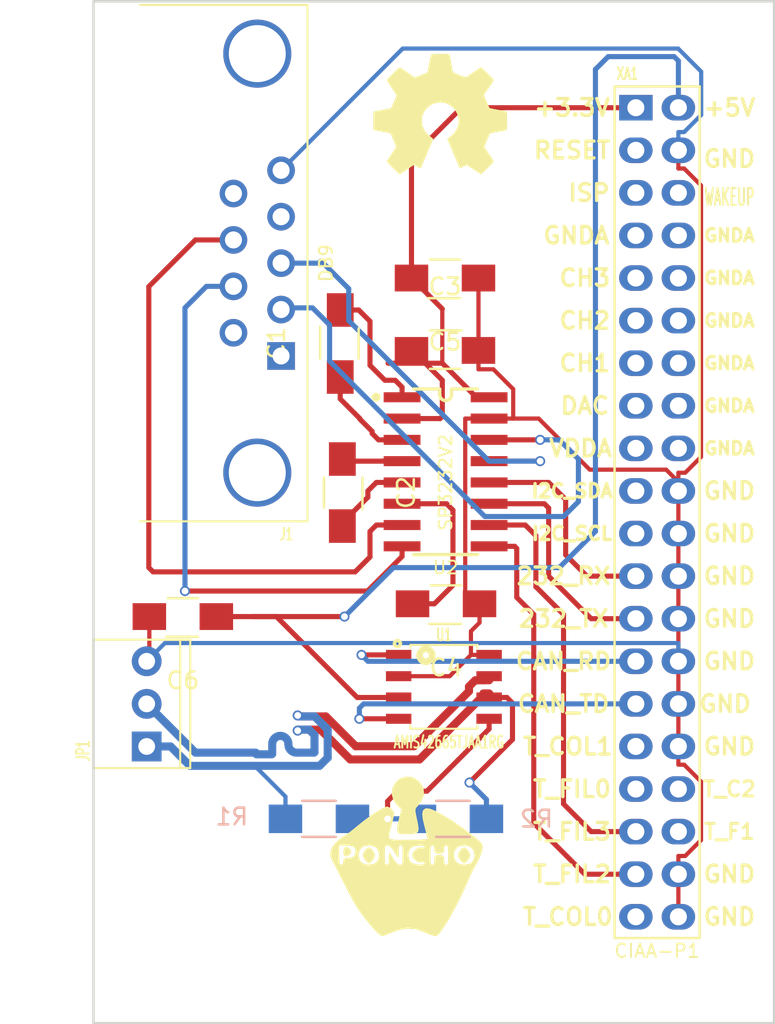
<source format=kicad_pcb>
(kicad_pcb (version 20171130) (host pcbnew "(5.1.12)-1")

  (general
    (thickness 1.6)
    (drawings 4)
    (tracks 283)
    (zones 0)
    (modules 15)
    (nets 23)
  )

  (page A4)
  (layers
    (0 op mixed)
    (31 boton mixed)
    (32 B.Adhes user hide)
    (33 F.Adhes user hide)
    (34 B.Paste user)
    (35 F.Paste user)
    (36 B.SilkS user)
    (37 F.SilkS user)
    (38 B.Mask user)
    (39 F.Mask user)
    (40 Dwgs.User user)
    (41 Cmts.User user)
    (42 Eco1.User user)
    (43 Eco2.User user)
    (44 Edge.Cuts user)
    (45 Margin user)
    (46 B.CrtYd user)
    (47 F.CrtYd user)
    (48 B.Fab user)
    (49 F.Fab user)
  )

  (setup
    (last_trace_width 0.25)
    (user_trace_width 0.3048)
    (trace_clearance 0.2)
    (zone_clearance 0.3048)
    (zone_45_only no)
    (trace_min 0.2)
    (via_size 0.6)
    (via_drill 0.4)
    (via_min_size 0.4)
    (via_min_drill 0.3)
    (user_via 1.27 0.7112)
    (uvia_size 0.3)
    (uvia_drill 0.1)
    (uvias_allowed no)
    (uvia_min_size 0.2)
    (uvia_min_drill 0.1)
    (edge_width 0.15)
    (segment_width 0.2)
    (pcb_text_width 0.3)
    (pcb_text_size 1.5 1.5)
    (mod_edge_width 0.15)
    (mod_text_size 1 1)
    (mod_text_width 0.15)
    (pad_size 1.524 1.524)
    (pad_drill 0.762)
    (pad_to_mask_clearance 0.2)
    (aux_axis_origin 0 0)
    (visible_elements 7FFFFFFF)
    (pcbplotparams
      (layerselection 0x00030_80000001)
      (usegerberextensions false)
      (usegerberattributes true)
      (usegerberadvancedattributes true)
      (creategerberjobfile true)
      (excludeedgelayer true)
      (linewidth 0.100000)
      (plotframeref false)
      (viasonmask false)
      (mode 1)
      (useauxorigin false)
      (hpglpennumber 1)
      (hpglpenspeed 20)
      (hpglpendiameter 15.000000)
      (psnegative false)
      (psa4output false)
      (plotreference true)
      (plotvalue true)
      (plotinvisibletext false)
      (padsonsilk false)
      (subtractmaskfromsilk false)
      (outputformat 1)
      (mirror false)
      (drillshape 1)
      (scaleselection 1)
      (outputdirectory ""))
  )

  (net 0 "")
  (net 1 "Net-(C1-Pad1)")
  (net 2 "Net-(C1-Pad2)")
  (net 3 "Net-(C2-Pad1)")
  (net 4 "Net-(C2-Pad2)")
  (net 5 GND)
  (net 6 "Net-(C3-Pad2)")
  (net 7 "Net-(C4-Pad1)")
  (net 8 +3.3V)
  (net 9 +5V)
  (net 10 "Net-(J1-Pad2)")
  (net 11 "Net-(J1-Pad3)")
  (net 12 "Net-(J1-Pad7)")
  (net 13 "Net-(J1-Pad8)")
  (net 14 "/conector y can/CAN_P")
  (net 15 "/conector y can/CAN_N")
  (net 16 "Net-(R1-Pad2)")
  (net 17 "/conector y can/CAN_TX")
  (net 18 "/conector y can/CAN_RX")
  (net 19 "/conector y can/TXD")
  (net 20 "/conector y can/RXD")
  (net 21 "/conector y can/CTS")
  (net 22 "/conector y can/RTS")

  (net_class Default "This is the default net class."
    (clearance 0.2)
    (trace_width 0.25)
    (via_dia 0.6)
    (via_drill 0.4)
    (uvia_dia 0.3)
    (uvia_drill 0.1)
    (add_net +3.3V)
    (add_net +5V)
    (add_net "/conector y can/CAN_N")
    (add_net "/conector y can/CAN_P")
    (add_net "/conector y can/CAN_RX")
    (add_net "/conector y can/CAN_TX")
    (add_net "/conector y can/CTS")
    (add_net "/conector y can/RTS")
    (add_net "/conector y can/RXD")
    (add_net "/conector y can/TXD")
    (add_net GND)
    (add_net "Net-(C1-Pad1)")
    (add_net "Net-(C1-Pad2)")
    (add_net "Net-(C2-Pad1)")
    (add_net "Net-(C2-Pad2)")
    (add_net "Net-(C3-Pad2)")
    (add_net "Net-(C4-Pad1)")
    (add_net "Net-(J1-Pad2)")
    (add_net "Net-(J1-Pad3)")
    (add_net "Net-(J1-Pad7)")
    (add_net "Net-(J1-Pad8)")
    (add_net "Net-(R1-Pad2)")
  )

  (module ej2:C_1206_HandSoldering (layer op) (tedit 565E0A6F) (tstamp 0)
    (at 84.074 86.455 90)
    (path /565DDBC3/565E1970)
    (fp_text reference C2 (at 0 3.81 90) (layer F.SilkS)
      (effects (font (size 1 1) (thickness 0.15)))
    )
    (fp_text value C (at 0 -2.54 90) (layer F.Fab)
      (effects (font (size 1 1) (thickness 0.15)))
    )
    (fp_line (start -0.9 -1.1) (end 0.9 -1.1) (layer F.SilkS) (width 0.15))
    (fp_line (start 0.9 1.2) (end -1 1.2) (layer F.SilkS) (width 0.15))
    (fp_line (start -3.5 -1.3) (end -3.5 1.3) (layer F.CrtYd) (width 0.05))
    (fp_line (start -3.5 1.3) (end 3.5 1.3) (layer F.CrtYd) (width 0.05))
    (fp_line (start 3.5 1.3) (end 3.5 -1.3) (layer F.CrtYd) (width 0.05))
    (fp_line (start 3.5 -1.3) (end -3.5 -1.3) (layer F.CrtYd) (width 0.05))
    (pad 2 smd rect (at 2 0 90) (size 2 1.6) (layers op F.Paste F.Mask)
      (net 4 "Net-(C2-Pad2)"))
    (pad 1 smd rect (at -2 0 90) (size 2 1.6) (layers op F.Paste F.Mask)
      (net 3 "Net-(C2-Pad1)"))
    (model ${KIPRJMOD}/ej2.3dshapes/C_1206_HandSoldering.wrl
      (at (xyz 0 0 0))
      (scale (xyz 1 1 1))
      (rotate (xyz 0 0 0))
    )
  )

  (module ej2:SP3232ECN-SOIC16N (layer op) (tedit 5656340C) (tstamp 565E0AD7)
    (at 90.2386 85.217 270)
    (descr "SMALL OUTLINE INTEGRATED CIRCUIT")
    (tags "SMALL OUTLINE INTEGRATED CIRCUIT")
    (path /565DDBC3/565DECAD)
    (attr smd)
    (fp_text reference U2 (at 5.715 0) (layer F.SilkS)
      (effects (font (size 0.762 0.762) (thickness 0.1143)))
    )
    (fp_text value SP3232V2 (at 0.635 0 270) (layer F.SilkS)
      (effects (font (size 0.762 0.762) (thickness 0.1143)))
    )
    (fp_circle (center -4.45 4.15) (end -4.35 4.05) (layer F.SilkS) (width 0.254))
    (fp_line (start -4.6 0.35) (end -4.9 0.35) (layer F.SilkS) (width 0.2032))
    (fp_line (start -4.6 -0.35) (end -4.9 -0.35) (layer F.SilkS) (width 0.2032))
    (fp_line (start -4.93776 1.89992) (end -4.93776 0.35) (layer F.SilkS) (width 0.2032))
    (fp_line (start -4.93776 -0.35) (end -4.93776 -1.89992) (layer F.SilkS) (width 0.2032))
    (fp_line (start 4.93776 -1.89992) (end 4.93776 1.39954) (layer F.SilkS) (width 0.2032))
    (fp_line (start 4.93776 1.39954) (end 4.93776 1.89992) (layer F.SilkS) (width 0.2032))
    (fp_arc (start -4.6 0) (end -4.6 -0.35) (angle 180) (layer F.SilkS) (width 0.2032))
    (pad 1 smd rect (at -4.445 2.59842 270) (size 0.59944 2.19964) (layers op F.Paste F.Mask)
      (net 1 "Net-(C1-Pad1)"))
    (pad 2 smd rect (at -3.175 2.59842 270) (size 0.59944 2.19964) (layers op F.Paste F.Mask)
      (net 6 "Net-(C3-Pad2)"))
    (pad 3 smd rect (at -1.905 2.59842 270) (size 0.59944 2.19964) (layers op F.Paste F.Mask)
      (net 2 "Net-(C1-Pad2)"))
    (pad 4 smd rect (at -0.635 2.59842 270) (size 0.59944 2.19964) (layers op F.Paste F.Mask)
      (net 4 "Net-(C2-Pad2)"))
    (pad 5 smd rect (at 0.635 2.59842 270) (size 0.59944 2.19964) (layers op F.Paste F.Mask)
      (net 3 "Net-(C2-Pad1)"))
    (pad 6 smd rect (at 1.905 2.59842 270) (size 0.59944 2.19964) (layers op F.Paste F.Mask)
      (net 7 "Net-(C4-Pad1)"))
    (pad 7 smd rect (at 3.175 2.59842 270) (size 0.59944 2.19964) (layers op F.Paste F.Mask)
      (net 13 "Net-(J1-Pad8)"))
    (pad 8 smd rect (at 4.445 2.59842 270) (size 0.59944 2.19964) (layers op F.Paste F.Mask)
      (net 12 "Net-(J1-Pad7)"))
    (pad 9 smd rect (at 4.445 -2.59842 270) (size 0.59944 2.19964) (layers op F.Paste F.Mask)
      (net 22 "/conector y can/RTS"))
    (pad 10 smd rect (at 3.175 -2.59842 270) (size 0.59944 2.19964) (layers op F.Paste F.Mask)
      (net 21 "/conector y can/CTS"))
    (pad 11 smd rect (at 1.905 -2.59842 270) (size 0.59944 2.19964) (layers op F.Paste F.Mask)
      (net 20 "/conector y can/RXD"))
    (pad 12 smd rect (at 0.635 -2.59842 270) (size 0.59944 2.19964) (layers op F.Paste F.Mask)
      (net 19 "/conector y can/TXD"))
    (pad 13 smd rect (at -0.635 -2.59842 270) (size 0.59944 2.19964) (layers op F.Paste F.Mask)
      (net 11 "Net-(J1-Pad3)"))
    (pad 14 smd rect (at -1.905 -2.59842 270) (size 0.59944 2.19964) (layers op F.Paste F.Mask)
      (net 10 "Net-(J1-Pad2)"))
    (pad 15 smd rect (at -3.175 -2.59842 270) (size 0.59944 2.19964) (layers op F.Paste F.Mask)
      (net 5 GND))
    (pad 16 smd rect (at -4.445 -2.59842 270) (size 0.59944 2.19964) (layers op F.Paste F.Mask)
      (net 8 +3.3V))
    (model ${KIPRJMOD}/ej2.3dshapes/so-16.wrl
      (at (xyz 0 0 0))
      (scale (xyz 1 1 1))
      (rotate (xyz 0 0 0))
    )
  )

  (module ej2:DB9_F_TH (layer op) (tedit 565607B0) (tstamp 0)
    (at 78.994 72.771 90)
    (path /565DDBC3/565E1EEC)
    (fp_text reference J1 (at -16.165 1.735 180) (layer F.SilkS)
      (effects (font (size 0.7112 0.4572) (thickness 0.1143)))
    )
    (fp_text value DB9 (at 0 4.1 90) (layer F.SilkS)
      (effects (font (size 0.762 0.762) (thickness 0.127)))
    )
    (fp_line (start 15.4 3) (end 15.4 -7) (layer F.SilkS) (width 0.127))
    (fp_line (start 15.4 -9.5) (end 15.4 -7) (layer Dwgs.User) (width 0.127))
    (fp_line (start -15.4 3) (end -15.4 -7) (layer F.SilkS) (width 0.127))
    (fp_line (start -15.4 -9.5) (end -15.4 -7) (layer Dwgs.User) (width 0.127))
    (fp_line (start -15.4 -9.1) (end 15.4 -9.1) (layer Dwgs.User) (width 0.127))
    (fp_line (start 10 -14.1) (end 10 -9.5) (layer Dwgs.User) (width 0.127))
    (fp_line (start 15 -14.1) (end 15 -9.5) (layer Dwgs.User) (width 0.127))
    (fp_line (start 10.4 -14.5) (end 14.6 -14.5) (layer Dwgs.User) (width 0.127))
    (fp_line (start -15 -14.1) (end -15 -9.5) (layer Dwgs.User) (width 0.127))
    (fp_line (start -10 -14.1) (end -10 -9.5) (layer Dwgs.User) (width 0.127))
    (fp_line (start -14.6 -14.5) (end -10.4 -14.5) (layer Dwgs.User) (width 0.127))
    (fp_line (start 14 -14.5) (end 14 -9.5) (layer Dwgs.User) (width 0.127))
    (fp_line (start 11 -14.5) (end 11 -9.5) (layer Dwgs.User) (width 0.127))
    (fp_line (start -11 -14.5) (end -11 -9.5) (layer Dwgs.User) (width 0.127))
    (fp_line (start -14 -14.5) (end -14 -9.5) (layer Dwgs.User) (width 0.127))
    (fp_line (start 7.8 -15.3) (end -7.8 -15.3) (layer Dwgs.User) (width 0.127))
    (fp_line (start 8.2 -14.9) (end 8.2 -9.5) (layer Dwgs.User) (width 0.127))
    (fp_line (start -8.2 -14.9) (end -8.2 -9.5) (layer Dwgs.User) (width 0.127))
    (fp_line (start 15.4 3) (end -15.4 3) (layer F.SilkS) (width 0.127))
    (fp_line (start -15.4 -9.5) (end 15.4 -9.5) (layer Dwgs.User) (width 0.127))
    (fp_arc (start -14.2 -14.3) (end -14.2 -14.5) (angle 90) (layer Dwgs.User) (width 0.127))
    (fp_arc (start -13.8 -14.3) (end -14 -14.3) (angle 90) (layer Dwgs.User) (width 0.127))
    (fp_arc (start -10.8 -14.3) (end -11 -14.3) (angle 90) (layer Dwgs.User) (width 0.127))
    (fp_arc (start -11.2 -14.3) (end -11.2 -14.5) (angle 90) (layer Dwgs.User) (width 0.127))
    (fp_arc (start 11.2 -14.3) (end 11 -14.3) (angle 90) (layer Dwgs.User) (width 0.127))
    (fp_arc (start 10.8 -14.3) (end 10.8 -14.5) (angle 90) (layer Dwgs.User) (width 0.127))
    (fp_arc (start 14.2 -14.3) (end 14 -14.3) (angle 90) (layer Dwgs.User) (width 0.127))
    (fp_arc (start 13.8 -14.3) (end 13.8 -14.5) (angle 90) (layer Dwgs.User) (width 0.127))
    (fp_arc (start -14.6 -14.1) (end -15 -14.1) (angle 90) (layer Dwgs.User) (width 0.127))
    (fp_arc (start -10.4 -14.1) (end -10.4 -14.5) (angle 90) (layer Dwgs.User) (width 0.127))
    (fp_arc (start 10.4 -14.1) (end 10 -14.1) (angle 90) (layer Dwgs.User) (width 0.127))
    (fp_arc (start 14.6 -14.1) (end 14.6 -14.5) (angle 90) (layer Dwgs.User) (width 0.127))
    (fp_arc (start -7.8 -14.9) (end -8.2 -14.9) (angle 90) (layer Dwgs.User) (width 0.127))
    (fp_arc (start 7.8 -14.9) (end 7.8 -15.3) (angle 90) (layer Dwgs.User) (width 0.127))
    (pad 1 thru_hole rect (at -5.5372 1.4224 90) (size 1.651 1.651) (drill 1.016) (layers *.Cu *.Mask))
    (pad 2 thru_hole circle (at -2.7686 1.4224 90) (size 1.651 1.651) (drill 1.016) (layers *.Cu *.Mask)
      (net 10 "Net-(J1-Pad2)"))
    (pad 3 thru_hole circle (at 0 1.4224 90) (size 1.651 1.651) (drill 1.016) (layers *.Cu *.Mask)
      (net 11 "Net-(J1-Pad3)"))
    (pad 4 thru_hole circle (at 2.7686 1.4224 90) (size 1.651 1.651) (drill 1.016) (layers *.Cu *.Mask))
    (pad 5 thru_hole circle (at 5.5372 1.4224 90) (size 1.651 1.651) (drill 1.016) (layers *.Cu *.Mask)
      (net 5 GND))
    (pad 6 thru_hole circle (at -4.1529 -1.4224 90) (size 1.651 1.651) (drill 1.016) (layers *.Cu *.Mask))
    (pad 7 thru_hole circle (at -1.3843 -1.4224 90) (size 1.651 1.651) (drill 1.016) (layers *.Cu *.Mask)
      (net 12 "Net-(J1-Pad7)"))
    (pad 8 thru_hole circle (at 1.3843 -1.4224 90) (size 1.651 1.651) (drill 1.016) (layers *.Cu *.Mask)
      (net 13 "Net-(J1-Pad8)"))
    (pad 9 thru_hole circle (at 4.1529 -1.4224 90) (size 1.651 1.651) (drill 1.016) (layers *.Cu *.Mask))
    (pad 10 thru_hole circle (at -12.4968 0 90) (size 4.064 4.064) (drill 3.4) (layers *.Cu *.Mask))
    (pad 11 thru_hole circle (at 12.4968 0 90) (size 4.064 4.064) (drill 3.4) (layers *.Cu *.Mask))
    (model ${KIPRJMOD}/ej2.3dshapes/db_9f.wrl
      (offset (xyz 0 7.873999881744385 0))
      (scale (xyz 1 1.1 1))
      (rotate (xyz 0 0 180))
    )
  )

  (module ej2:CON_PALETA_3 (layer op) (tedit 55918D28) (tstamp 565E054F)
    (at 72.39 99.06 90)
    (path /565DDB8B/565DF302)
    (fp_text reference JP1 (at -2.8 -3.8 90) (layer F.SilkS)
      (effects (font (size 0.762 0.4572) (thickness 0.127)))
    )
    (fp_text value CONN_3 (at 0 3.3 90) (layer F.Fab)
      (effects (font (size 0.762 0.4572) (thickness 0.127)))
    )
    (fp_line (start 3.83 -3.2) (end 3.83 2.6) (layer F.SilkS) (width 0.127))
    (fp_line (start -3.83 -3.2) (end 3.83 -3.2) (layer F.SilkS) (width 0.127))
    (fp_line (start -3.83 2.6) (end -3.83 -3.2) (layer F.SilkS) (width 0.127))
    (fp_line (start 3.83 2.6) (end -3.83 2.6) (layer F.SilkS) (width 0.127))
    (fp_line (start 3.83 2) (end -3.83 2) (layer F.SilkS) (width 0.127))
    (pad 1 thru_hole rect (at -2.54 0 90) (size 1.778 1.778) (drill 1) (layers *.Cu *.Mask)
      (net 14 "/conector y can/CAN_P"))
    (pad 2 thru_hole circle (at 0 0 90) (size 1.778 1.778) (drill 1) (layers *.Cu *.Mask)
      (net 15 "/conector y can/CAN_N"))
    (pad 3 thru_hole circle (at 2.54 0 90) (size 1.778 1.778) (drill 1) (layers *.Cu *.Mask)
      (net 5 GND))
    (model ${KIPRJMOD}/ej2.3dshapes/CON_PALETA_3.wrl
      (offset (xyz 0 0.3047999954223633 0))
      (scale (xyz 0.395 0.395 0.395))
      (rotate (xyz 0 0 180))
    )
  )

  (module ej2:R_1206_HandSoldering (layer boton) (tedit 5418A20D) (tstamp 565E055B)
    (at 82.677 105.918)
    (descr "Resistor SMD 1206, hand soldering")
    (tags "resistor 1206")
    (path /565DDB8B/565DF1E5)
    (attr smd)
    (fp_text reference R1 (at -5.207 -0.127) (layer B.SilkS)
      (effects (font (size 1 1) (thickness 0.15)) (justify mirror))
    )
    (fp_text value 60 (at 0 -2.3) (layer B.Fab)
      (effects (font (size 1 1) (thickness 0.15)) (justify mirror))
    )
    (fp_line (start -3.3 1.2) (end 3.3 1.2) (layer B.CrtYd) (width 0.05))
    (fp_line (start -3.3 -1.2) (end 3.3 -1.2) (layer B.CrtYd) (width 0.05))
    (fp_line (start -3.3 1.2) (end -3.3 -1.2) (layer B.CrtYd) (width 0.05))
    (fp_line (start 3.3 1.2) (end 3.3 -1.2) (layer B.CrtYd) (width 0.05))
    (fp_line (start 1 -1.075) (end -1 -1.075) (layer B.SilkS) (width 0.15))
    (fp_line (start -1 1.075) (end 1 1.075) (layer B.SilkS) (width 0.15))
    (pad 1 smd rect (at -2 0) (size 2 1.7) (layers boton B.Paste B.Mask)
      (net 14 "/conector y can/CAN_P"))
    (pad 2 smd rect (at 2 0) (size 2 1.7) (layers boton B.Paste B.Mask)
      (net 16 "Net-(R1-Pad2)"))
    (model Resistors_SMD.3dshapes/R_1206_HandSoldering.wrl
      (at (xyz 0 0 0))
      (scale (xyz 1 1 1))
      (rotate (xyz 0 0 0))
    )
  )

  (module ej2:R_1206_HandSoldering (layer boton) (tedit 5418A20D) (tstamp 0)
    (at 90.678 105.918)
    (descr "Resistor SMD 1206, hand soldering")
    (tags "resistor 1206")
    (path /565DDB8B/565DF26A)
    (attr smd)
    (fp_text reference R2 (at 4.985 0) (layer B.SilkS)
      (effects (font (size 1 1) (thickness 0.15)) (justify mirror))
    )
    (fp_text value 60 (at 0 -2.3) (layer B.Fab)
      (effects (font (size 1 1) (thickness 0.15)) (justify mirror))
    )
    (fp_line (start -3.3 1.2) (end 3.3 1.2) (layer B.CrtYd) (width 0.05))
    (fp_line (start -3.3 -1.2) (end 3.3 -1.2) (layer B.CrtYd) (width 0.05))
    (fp_line (start -3.3 1.2) (end -3.3 -1.2) (layer B.CrtYd) (width 0.05))
    (fp_line (start 3.3 1.2) (end 3.3 -1.2) (layer B.CrtYd) (width 0.05))
    (fp_line (start 1 -1.075) (end -1 -1.075) (layer B.SilkS) (width 0.15))
    (fp_line (start -1 1.075) (end 1 1.075) (layer B.SilkS) (width 0.15))
    (pad 1 smd rect (at -2 0) (size 2 1.7) (layers boton B.Paste B.Mask)
      (net 16 "Net-(R1-Pad2)"))
    (pad 2 smd rect (at 2 0) (size 2 1.7) (layers boton B.Paste B.Mask)
      (net 15 "/conector y can/CAN_N"))
    (model Resistors_SMD.3dshapes/R_1206_HandSoldering.wrl
      (at (xyz 0 0 0))
      (scale (xyz 1 1 1))
      (rotate (xyz 0 0 0))
    )
  )

  (module ej2:Conn_Poncho_Derecha (layer op) (tedit 565779F5) (tstamp 565E0FE3)
    (at 101.6 63.5)
    (tags "CONN Poncho")
    (path /565DDB8B/565DED6A)
    (fp_text reference XA1 (at -0.508 -2.032) (layer F.SilkS)
      (effects (font (size 0.7112 0.4572) (thickness 0.1143)))
    )
    (fp_text value Conn_Poncho2P_2x_20x2 (at -1.905 51.181) (layer F.SilkS) hide
      (effects (font (size 0.7112 0.4572) (thickness 0.1143)))
    )
    (fp_line (start -1.27 49.53) (end -1.27 -1.27) (layer F.SilkS) (width 0.15))
    (fp_line (start 3.81 49.53) (end 3.81 -1.27) (layer F.SilkS) (width 0.15))
    (fp_line (start 3.81 49.53) (end -1.27 49.53) (layer F.SilkS) (width 0.15))
    (fp_line (start 3.81 -1.27) (end -1.27 -1.27) (layer F.SilkS) (width 0.15))
    (fp_text user GND (at 5.588 48.26) (layer F.SilkS)
      (effects (font (size 1 1) (thickness 0.2)))
    )
    (fp_text user GND (at 5.588 45.72) (layer F.SilkS)
      (effects (font (size 1 1) (thickness 0.2)))
    )
    (fp_text user T_F1 (at 5.588 43.18) (layer F.SilkS)
      (effects (font (size 0.9 0.9) (thickness 0.18)))
    )
    (fp_text user T_C2 (at 5.588 40.64) (layer F.SilkS)
      (effects (font (size 0.9 0.9) (thickness 0.18)))
    )
    (fp_text user GND (at 5.588 38.1) (layer F.SilkS)
      (effects (font (size 1 1) (thickness 0.2)))
    )
    (fp_text user GND (at 5.334 35.56) (layer F.SilkS)
      (effects (font (size 1 1) (thickness 0.2)))
    )
    (fp_text user GND (at 5.588 33.02) (layer F.SilkS)
      (effects (font (size 1 1) (thickness 0.2)))
    )
    (fp_text user GND (at 5.588 30.48) (layer F.SilkS)
      (effects (font (size 1 1) (thickness 0.2)))
    )
    (fp_text user GND (at 5.588 27.94) (layer F.SilkS)
      (effects (font (size 1 1) (thickness 0.2)))
    )
    (fp_text user GND (at 5.588 25.4) (layer F.SilkS)
      (effects (font (size 1 1) (thickness 0.2)))
    )
    (fp_text user GND (at 5.588 22.86) (layer F.SilkS)
      (effects (font (size 1 1) (thickness 0.2)))
    )
    (fp_text user GNDA (at 5.588 20.32) (layer F.SilkS)
      (effects (font (size 0.76 0.76) (thickness 0.19)))
    )
    (fp_text user GNDA (at 5.588 17.78) (layer F.SilkS)
      (effects (font (size 0.76 0.76) (thickness 0.19)))
    )
    (fp_text user GNDA (at 5.588 15.24) (layer F.SilkS)
      (effects (font (size 0.76 0.76) (thickness 0.19)))
    )
    (fp_text user GNDA (at 5.588 12.7) (layer F.SilkS)
      (effects (font (size 0.76 0.76) (thickness 0.19)))
    )
    (fp_text user GNDA (at 5.588 10.16) (layer F.SilkS)
      (effects (font (size 0.76 0.76) (thickness 0.19)))
    )
    (fp_text user GNDA (at 5.588 7.62) (layer F.SilkS)
      (effects (font (size 0.76 0.76) (thickness 0.19)))
    )
    (fp_text user WAKEUP (at 5.588 5.334) (layer F.SilkS)
      (effects (font (size 1 0.5) (thickness 0.125)))
    )
    (fp_text user GND (at 5.588 3.048) (layer F.SilkS)
      (effects (font (size 1 1) (thickness 0.2)))
    )
    (fp_text user +5V (at 5.588 0) (layer F.SilkS)
      (effects (font (size 1 1) (thickness 0.2)))
    )
    (fp_text user T_COL0 (at -4.064 48.26) (layer F.SilkS)
      (effects (font (size 1 1) (thickness 0.2)))
    )
    (fp_text user T_FIL2 (at -3.81 45.72) (layer F.SilkS)
      (effects (font (size 1 1) (thickness 0.2)))
    )
    (fp_text user T_FIL3 (at -3.81 43.18) (layer F.SilkS)
      (effects (font (size 1 1) (thickness 0.2)))
    )
    (fp_text user T_FIL0 (at -3.81 40.64) (layer F.SilkS)
      (effects (font (size 1 1) (thickness 0.2)))
    )
    (fp_text user T_COL1 (at -4.064 38.1) (layer F.SilkS)
      (effects (font (size 1 1) (thickness 0.2)))
    )
    (fp_text user CAN_TD (at -4.318 35.56) (layer F.SilkS)
      (effects (font (size 1 1) (thickness 0.2)))
    )
    (fp_text user CAN_RD (at -4.318 33.02) (layer F.SilkS)
      (effects (font (size 1 1) (thickness 0.2)))
    )
    (fp_text user 232_TX (at -4.318 30.48) (layer F.SilkS)
      (effects (font (size 1 1) (thickness 0.2)))
    )
    (fp_text user 232_RX (at -4.318 27.94) (layer F.SilkS)
      (effects (font (size 1 1) (thickness 0.2)))
    )
    (fp_text user I2C_SCL (at -3.81 25.4) (layer F.SilkS)
      (effects (font (size 0.8 0.8) (thickness 0.2)))
    )
    (fp_text user I2C_SDA (at -3.81 22.86) (layer F.SilkS)
      (effects (font (size 0.8 0.8) (thickness 0.2)))
    )
    (fp_text user VDDA (at -3.302 20.32) (layer F.SilkS)
      (effects (font (size 1 1) (thickness 0.2)))
    )
    (fp_text user DAC (at -3.048 17.78) (layer F.SilkS)
      (effects (font (size 1 1) (thickness 0.2)))
    )
    (fp_text user CH1 (at -3.048 15.24) (layer F.SilkS)
      (effects (font (size 1 1) (thickness 0.2)))
    )
    (fp_text user CH2 (at -3.048 12.7) (layer F.SilkS)
      (effects (font (size 1 1) (thickness 0.2)))
    )
    (fp_text user CH3 (at -3.048 10.16) (layer F.SilkS)
      (effects (font (size 1 1) (thickness 0.2)))
    )
    (fp_text user GNDA (at -3.556 7.62) (layer F.SilkS)
      (effects (font (size 1 1) (thickness 0.2)))
    )
    (fp_text user ISP (at -2.794 5.08) (layer F.SilkS)
      (effects (font (size 1 1) (thickness 0.2)))
    )
    (fp_text user RESET (at -3.81 2.54) (layer F.SilkS)
      (effects (font (size 1 1) (thickness 0.2)))
    )
    (fp_text user CIAA-P1 (at 1.27 50.292) (layer F.SilkS)
      (effects (font (size 0.8 0.8) (thickness 0.12)))
    )
    (fp_text user +3.3V (at -3.81 0) (layer F.SilkS)
      (effects (font (size 1 1) (thickness 0.2)))
    )
    (pad 1 thru_hole rect (at 0 0 270) (size 1.524 2) (drill 1.016) (layers *.Cu *.Mask)
      (net 8 +3.3V))
    (pad 2 thru_hole oval (at 2.54 0 270) (size 1.524 2) (drill 1.016) (layers *.Cu *.Mask)
      (net 9 +5V))
    (pad 11 thru_hole oval (at 0 12.7 270) (size 1.524 2) (drill 1.016) (layers *.Cu *.Mask))
    (pad 4 thru_hole oval (at 2.54 2.54 270) (size 1.524 2) (drill 1.016) (layers *.Cu *.Mask)
      (net 5 GND))
    (pad 13 thru_hole oval (at 0 15.24 270) (size 1.524 2) (drill 1.016) (layers *.Cu *.Mask))
    (pad 6 thru_hole oval (at 2.54 5.08 270) (size 1.524 2) (drill 1.016) (layers *.Cu *.Mask))
    (pad 15 thru_hole oval (at 0 17.78 270) (size 1.524 2) (drill 1.016) (layers *.Cu *.Mask))
    (pad 8 thru_hole oval (at 2.54 7.62 270) (size 1.524 2) (drill 1.016) (layers *.Cu *.Mask))
    (pad 17 thru_hole oval (at 0 20.32 270) (size 1.524 2) (drill 1.016) (layers *.Cu *.Mask))
    (pad 10 thru_hole oval (at 2.54 10.16 270) (size 1.524 2) (drill 1.016) (layers *.Cu *.Mask))
    (pad 19 thru_hole oval (at 0 22.86 270) (size 1.524 2) (drill 1.016) (layers *.Cu *.Mask))
    (pad 12 thru_hole oval (at 2.54 12.7 270) (size 1.524 2) (drill 1.016) (layers *.Cu *.Mask))
    (pad 21 thru_hole oval (at 0 25.4 270) (size 1.524 2) (drill 1.016) (layers *.Cu *.Mask))
    (pad 14 thru_hole oval (at 2.54 15.24 270) (size 1.524 2) (drill 1.016) (layers *.Cu *.Mask))
    (pad 23 thru_hole oval (at 0 27.94 270) (size 1.524 2) (drill 1.016) (layers *.Cu *.Mask)
      (net 19 "/conector y can/TXD"))
    (pad 16 thru_hole oval (at 2.54 17.78 270) (size 1.524 2) (drill 1.016) (layers *.Cu *.Mask))
    (pad 25 thru_hole oval (at 0 30.48 270) (size 1.524 2) (drill 1.016) (layers *.Cu *.Mask)
      (net 20 "/conector y can/RXD"))
    (pad 18 thru_hole oval (at 2.54 20.32 270) (size 1.524 2) (drill 1.016) (layers *.Cu *.Mask))
    (pad 27 thru_hole oval (at 0 33.02 270) (size 1.524 2) (drill 1.016) (layers *.Cu *.Mask)
      (net 17 "/conector y can/CAN_TX"))
    (pad 20 thru_hole oval (at 2.54 22.86 270) (size 1.524 2) (drill 1.016) (layers *.Cu *.Mask)
      (net 5 GND))
    (pad 29 thru_hole oval (at 0 35.56 270) (size 1.524 2) (drill 1.016) (layers *.Cu *.Mask)
      (net 18 "/conector y can/CAN_RX"))
    (pad 22 thru_hole oval (at 2.54 25.4 270) (size 1.524 2) (drill 1.016) (layers *.Cu *.Mask)
      (net 5 GND))
    (pad 31 thru_hole oval (at 0 38.1 270) (size 1.524 2) (drill 1.016) (layers *.Cu *.Mask))
    (pad 24 thru_hole oval (at 2.54 27.94 270) (size 1.524 2) (drill 1.016) (layers *.Cu *.Mask)
      (net 5 GND))
    (pad 26 thru_hole oval (at 2.54 30.48 270) (size 1.524 2) (drill 1.016) (layers *.Cu *.Mask)
      (net 5 GND))
    (pad 33 thru_hole oval (at 0 40.64 270) (size 1.524 2) (drill 1.016) (layers *.Cu *.Mask))
    (pad 28 thru_hole oval (at 2.54 33.02 270) (size 1.524 2) (drill 1.016) (layers *.Cu *.Mask)
      (net 5 GND))
    (pad 32 thru_hole oval (at 2.54 38.1 270) (size 1.524 2) (drill 1.016) (layers *.Cu *.Mask)
      (net 5 GND))
    (pad 34 thru_hole oval (at 2.54 40.64 270) (size 1.524 2) (drill 1.016) (layers *.Cu *.Mask))
    (pad 36 thru_hole oval (at 2.54 43.18 270) (size 1.524 2) (drill 1.016) (layers *.Cu *.Mask))
    (pad 38 thru_hole oval (at 2.54 45.72 270) (size 1.524 2) (drill 1.016) (layers *.Cu *.Mask)
      (net 5 GND))
    (pad 35 thru_hole oval (at 0 43.18 270) (size 1.524 2) (drill 1.016) (layers *.Cu *.Mask)
      (net 21 "/conector y can/CTS"))
    (pad 37 thru_hole oval (at 0 45.72 270) (size 1.524 2) (drill 1.016) (layers *.Cu *.Mask)
      (net 22 "/conector y can/RTS"))
    (pad 3 thru_hole oval (at 0 2.54 270) (size 1.524 2) (drill 1.016) (layers *.Cu *.Mask))
    (pad 5 thru_hole oval (at 0 5.08 270) (size 1.524 2) (drill 1.016) (layers *.Cu *.Mask))
    (pad 7 thru_hole oval (at 0 7.62 270) (size 1.524 2) (drill 1.016) (layers *.Cu *.Mask))
    (pad 9 thru_hole oval (at 0 10.16 270) (size 1.524 2) (drill 1.016) (layers *.Cu *.Mask))
    (pad 39 thru_hole oval (at 0 48.26 270) (size 1.524 2) (drill 1.016) (layers *.Cu *.Mask))
    (pad 40 thru_hole oval (at 2.54 48.26 270) (size 1.524 2) (drill 1.016) (layers *.Cu *.Mask)
      (net 5 GND))
    (pad 30 thru_hole oval (at 2.54 35.56 270) (size 1.524 2) (drill 1.016) (layers *.Cu *.Mask)
      (net 5 GND))
    (model ${KIPRJMOD}/ej2.3dshapes/pin_strip_20x2.wrl
      (offset (xyz 1.269999980926514 -24.12999963760376 -1.600199975967407))
      (scale (xyz 1 1 1))
      (rotate (xyz 180 0 90))
    )
  )

  (module ej2:C_1206_HandSoldering (layer op) (tedit 565E0A6F) (tstamp 565E222A)
    (at 83.947 77.565 270)
    (path /565DDBC3/565E181B)
    (fp_text reference C1 (at 0 3.81 270) (layer F.SilkS)
      (effects (font (size 1 1) (thickness 0.15)))
    )
    (fp_text value C (at 0 -2.54 270) (layer F.Fab)
      (effects (font (size 1 1) (thickness 0.15)))
    )
    (fp_line (start -0.9 -1.1) (end 0.9 -1.1) (layer F.SilkS) (width 0.15))
    (fp_line (start 0.9 1.2) (end -1 1.2) (layer F.SilkS) (width 0.15))
    (fp_line (start -3.5 -1.3) (end -3.5 1.3) (layer F.CrtYd) (width 0.05))
    (fp_line (start -3.5 1.3) (end 3.5 1.3) (layer F.CrtYd) (width 0.05))
    (fp_line (start 3.5 1.3) (end 3.5 -1.3) (layer F.CrtYd) (width 0.05))
    (fp_line (start 3.5 -1.3) (end -3.5 -1.3) (layer F.CrtYd) (width 0.05))
    (pad 2 smd rect (at 2 0 270) (size 2 1.6) (layers op F.Paste F.Mask)
      (net 2 "Net-(C1-Pad2)"))
    (pad 1 smd rect (at -2 0 270) (size 2 1.6) (layers op F.Paste F.Mask)
      (net 1 "Net-(C1-Pad1)"))
    (model ${KIPRJMOD}/ej2.3dshapes/C_1206_HandSoldering.wrl
      (at (xyz 0 0 0))
      (scale (xyz 1 1 1))
      (rotate (xyz 0 0 0))
    )
  )

  (module ej2:C_1206_HandSoldering (layer op) (tedit 565E0A6F) (tstamp 0)
    (at 90.202 77.978 180)
    (path /565DDBC3/565E1A37)
    (fp_text reference C3 (at 0 3.81 180) (layer F.SilkS)
      (effects (font (size 1 1) (thickness 0.15)))
    )
    (fp_text value C (at 0 -2.54 180) (layer F.Fab)
      (effects (font (size 1 1) (thickness 0.15)))
    )
    (fp_line (start -0.9 -1.1) (end 0.9 -1.1) (layer F.SilkS) (width 0.15))
    (fp_line (start 0.9 1.2) (end -1 1.2) (layer F.SilkS) (width 0.15))
    (fp_line (start -3.5 -1.3) (end -3.5 1.3) (layer F.CrtYd) (width 0.05))
    (fp_line (start -3.5 1.3) (end 3.5 1.3) (layer F.CrtYd) (width 0.05))
    (fp_line (start 3.5 1.3) (end 3.5 -1.3) (layer F.CrtYd) (width 0.05))
    (fp_line (start 3.5 -1.3) (end -3.5 -1.3) (layer F.CrtYd) (width 0.05))
    (pad 2 smd rect (at 2 0 180) (size 2 1.6) (layers op F.Paste F.Mask)
      (net 6 "Net-(C3-Pad2)"))
    (pad 1 smd rect (at -2 0 180) (size 2 1.6) (layers op F.Paste F.Mask)
      (net 5 GND))
    (model ${KIPRJMOD}/ej2.3dshapes/C_1206_HandSoldering.wrl
      (at (xyz 0 0 0))
      (scale (xyz 1 1 1))
      (rotate (xyz 0 0 0))
    )
  )

  (module ej2:C_1206_HandSoldering (layer op) (tedit 565E0A6F) (tstamp 565E224B)
    (at 90.265 93.091)
    (path /565DDBC3/565E1BFF)
    (fp_text reference C4 (at 0 3.81) (layer F.SilkS)
      (effects (font (size 1 1) (thickness 0.15)))
    )
    (fp_text value C (at 0 -2.54) (layer F.Fab)
      (effects (font (size 1 1) (thickness 0.15)))
    )
    (fp_line (start -0.9 -1.1) (end 0.9 -1.1) (layer F.SilkS) (width 0.15))
    (fp_line (start 0.9 1.2) (end -1 1.2) (layer F.SilkS) (width 0.15))
    (fp_line (start -3.5 -1.3) (end -3.5 1.3) (layer F.CrtYd) (width 0.05))
    (fp_line (start -3.5 1.3) (end 3.5 1.3) (layer F.CrtYd) (width 0.05))
    (fp_line (start 3.5 1.3) (end 3.5 -1.3) (layer F.CrtYd) (width 0.05))
    (fp_line (start 3.5 -1.3) (end -3.5 -1.3) (layer F.CrtYd) (width 0.05))
    (pad 2 smd rect (at 2 0) (size 2 1.6) (layers op F.Paste F.Mask)
      (net 5 GND))
    (pad 1 smd rect (at -2 0) (size 2 1.6) (layers op F.Paste F.Mask)
      (net 7 "Net-(C4-Pad1)"))
    (model ${KIPRJMOD}/ej2.3dshapes/C_1206_HandSoldering.wrl
      (at (xyz 0 0 0))
      (scale (xyz 1 1 1))
      (rotate (xyz 0 0 0))
    )
  )

  (module ej2:C_1206_HandSoldering (layer op) (tedit 565E0A6F) (tstamp 0)
    (at 90.202 73.66)
    (path /565DDBC3/565E243B)
    (fp_text reference C5 (at 0 3.81 180) (layer F.SilkS)
      (effects (font (size 1 1) (thickness 0.15)))
    )
    (fp_text value C (at 0 -2.54) (layer F.Fab)
      (effects (font (size 1 1) (thickness 0.15)))
    )
    (fp_line (start -0.9 -1.1) (end 0.9 -1.1) (layer F.SilkS) (width 0.15))
    (fp_line (start 0.9 1.2) (end -1 1.2) (layer F.SilkS) (width 0.15))
    (fp_line (start -3.5 -1.3) (end -3.5 1.3) (layer F.CrtYd) (width 0.05))
    (fp_line (start -3.5 1.3) (end 3.5 1.3) (layer F.CrtYd) (width 0.05))
    (fp_line (start 3.5 1.3) (end 3.5 -1.3) (layer F.CrtYd) (width 0.05))
    (fp_line (start 3.5 -1.3) (end -3.5 -1.3) (layer F.CrtYd) (width 0.05))
    (pad 2 smd rect (at 2 0) (size 2 1.6) (layers op F.Paste F.Mask)
      (net 5 GND))
    (pad 1 smd rect (at -2 0) (size 2 1.6) (layers op F.Paste F.Mask)
      (net 8 +3.3V))
    (model ${KIPRJMOD}/ej2.3dshapes/R_1206_HandSoldering.wrl
      (at (xyz 0 0 0))
      (scale (xyz 1 1 1))
      (rotate (xyz 0 0 0))
    )
  )

  (module ej2:C_1206_HandSoldering (layer op) (tedit 565E0A6F) (tstamp 0)
    (at 74.549 93.853)
    (path /565DDB8B/565DFBAA)
    (fp_text reference C6 (at 0 3.81) (layer F.SilkS)
      (effects (font (size 1 1) (thickness 0.15)))
    )
    (fp_text value 100uF (at 0 -2.54 180) (layer F.Fab)
      (effects (font (size 1 1) (thickness 0.15)))
    )
    (fp_line (start -0.9 -1.1) (end 0.9 -1.1) (layer F.SilkS) (width 0.15))
    (fp_line (start 0.9 1.2) (end -1 1.2) (layer F.SilkS) (width 0.15))
    (fp_line (start -3.5 -1.3) (end -3.5 1.3) (layer F.CrtYd) (width 0.05))
    (fp_line (start -3.5 1.3) (end 3.5 1.3) (layer F.CrtYd) (width 0.05))
    (fp_line (start 3.5 1.3) (end 3.5 -1.3) (layer F.CrtYd) (width 0.05))
    (fp_line (start 3.5 -1.3) (end -3.5 -1.3) (layer F.CrtYd) (width 0.05))
    (pad 2 smd rect (at 2 0) (size 2 1.6) (layers op F.Paste F.Mask)
      (net 9 +5V))
    (pad 1 smd rect (at -2 0) (size 2 1.6) (layers op F.Paste F.Mask)
      (net 5 GND))
    (model ${KIPRJMOD}/ej2.3dshapes/C_1206_HandSoldering.wrl
      (at (xyz 0 0 0))
      (scale (xyz 1 1 1))
      (rotate (xyz 0 0 0))
    )
  )

  (module ej2:SOIC-8 (layer op) (tedit 53B412FC) (tstamp 0)
    (at 90.137 98.044)
    (descr SO-8)
    (path /565DDB8B/565DF7F6)
    (fp_text reference U1 (at 0 -3.1) (layer F.SilkS)
      (effects (font (size 0.7112 0.4572) (thickness 0.1143)))
    )
    (fp_text value AMIS42665TJAA1RG (at 0.3 3.3) (layer F.SilkS)
      (effects (font (size 0.7112 0.4572) (thickness 0.1143)))
    )
    (fp_line (start -2 -2.5) (end -2 -2.3) (layer F.SilkS) (width 0.127))
    (fp_line (start -2 2.5) (end -2 2.3) (layer F.SilkS) (width 0.127))
    (fp_line (start 2 2.5) (end 2 2.3) (layer F.SilkS) (width 0.127))
    (fp_line (start 2 -2.5) (end 2 -2.3) (layer F.SilkS) (width 0.127))
    (fp_line (start 2 -2.5) (end -2 -2.5) (layer F.SilkS) (width 0.127))
    (fp_line (start -2 2.5) (end 2 2.5) (layer F.SilkS) (width 0.127))
    (fp_circle (center -2.7746 -2.5764) (end -2.8 -2.5) (layer F.SilkS) (width 0.2032))
    (fp_circle (center -1.0746 -1.8764) (end -1.1 -1.7) (layer F.SilkS) (width 0.4))
    (pad 1 smd rect (at -2.7 -1.905 270) (size 0.6 1.52) (layers op F.Paste F.Mask)
      (net 17 "/conector y can/CAN_TX"))
    (pad 2 smd rect (at -2.7 -0.635 270) (size 0.6 1.52) (layers op F.Paste F.Mask)
      (net 5 GND))
    (pad 3 smd rect (at -2.7 0.635 270) (size 0.6 1.52) (layers op F.Paste F.Mask)
      (net 9 +5V))
    (pad 4 smd rect (at -2.7 1.905 270) (size 0.6 1.52) (layers op F.Paste F.Mask)
      (net 18 "/conector y can/CAN_RX"))
    (pad 5 smd rect (at 2.7 1.905 270) (size 0.6 1.52) (layers op F.Paste F.Mask)
      (net 16 "Net-(R1-Pad2)"))
    (pad 6 smd rect (at 2.7 0.635 270) (size 0.6 1.52) (layers op F.Paste F.Mask)
      (net 15 "/conector y can/CAN_N"))
    (pad 7 smd rect (at 2.7 -0.635 270) (size 0.6 1.52) (layers op F.Paste F.Mask)
      (net 14 "/conector y can/CAN_P"))
    (pad 8 smd rect (at 2.7 -1.905 270) (size 0.6 1.52) (layers op F.Paste F.Mask)
      (net 5 GND))
    (model ${KIPRJMOD}/ej2.3dshapes/so-8.wrl
      (at (xyz 0 0 0))
      (scale (xyz 1 1 1))
      (rotate (xyz 0 0 90))
    )
  )

  (module ej2:Logo_OSHWA (layer op) (tedit 560D8B85) (tstamp 565EEE45)
    (at 89.916 63.881)
    (fp_text reference G101 (at 0 4.2418) (layer F.SilkS) hide
      (effects (font (size 0.7112 0.4572) (thickness 0.1143)))
    )
    (fp_text value Logo_OSHWA (at 0 -4.2418) (layer F.SilkS) hide
      (effects (font (size 0.36322 0.36322) (thickness 0.07112)))
    )
    (fp_poly (pts (xy -2.42316 3.59156) (xy -2.38252 3.57124) (xy -2.28854 3.51282) (xy -2.15392 3.42392)
      (xy -1.99644 3.31978) (xy -1.83896 3.21056) (xy -1.70942 3.1242) (xy -1.61798 3.06578)
      (xy -1.57988 3.04546) (xy -1.55956 3.05054) (xy -1.48336 3.08864) (xy -1.37414 3.14452)
      (xy -1.31064 3.17754) (xy -1.21158 3.22072) (xy -1.16078 3.23088) (xy -1.15316 3.21564)
      (xy -1.11506 3.13944) (xy -1.05918 3.00736) (xy -0.98298 2.83464) (xy -0.89662 2.63144)
      (xy -0.80264 2.413) (xy -0.7112 2.18948) (xy -0.6223 1.97612) (xy -0.54356 1.78562)
      (xy -0.48006 1.63068) (xy -0.43942 1.52146) (xy -0.42418 1.47574) (xy -0.42926 1.46558)
      (xy -0.48006 1.41732) (xy -0.56642 1.35128) (xy -0.75692 1.19634) (xy -0.94234 0.96266)
      (xy -1.05664 0.6985) (xy -1.09474 0.40386) (xy -1.06172 0.13208) (xy -0.95504 -0.12954)
      (xy -0.77216 -0.36576) (xy -0.55118 -0.54102) (xy -0.2921 -0.65278) (xy 0 -0.68834)
      (xy 0.2794 -0.65786) (xy 0.5461 -0.55118) (xy 0.78232 -0.37084) (xy 0.88138 -0.25654)
      (xy 1.01854 -0.01778) (xy 1.09728 0.23876) (xy 1.1049 0.30226) (xy 1.09474 0.5842)
      (xy 1.01092 0.85344) (xy 0.8636 1.09474) (xy 0.65786 1.29032) (xy 0.62992 1.31064)
      (xy 0.53594 1.38176) (xy 0.47244 1.43002) (xy 0.42164 1.47066) (xy 0.77978 2.33172)
      (xy 0.83566 2.46888) (xy 0.93472 2.7051) (xy 1.02108 2.9083) (xy 1.08966 3.06832)
      (xy 1.13792 3.17754) (xy 1.15824 3.22072) (xy 1.16078 3.22326) (xy 1.19126 3.22834)
      (xy 1.2573 3.20294) (xy 1.37668 3.14452) (xy 1.45796 3.10388) (xy 1.5494 3.0607)
      (xy 1.59004 3.04546) (xy 1.6256 3.06324) (xy 1.71196 3.12166) (xy 1.8415 3.20548)
      (xy 1.9939 3.30962) (xy 2.14122 3.41122) (xy 2.27584 3.50012) (xy 2.3749 3.56108)
      (xy 2.42316 3.58902) (xy 2.43078 3.58902) (xy 2.47142 3.56362) (xy 2.55016 3.50012)
      (xy 2.667 3.38836) (xy 2.8321 3.2258) (xy 2.8575 3.2004) (xy 2.99466 3.0607)
      (xy 3.10642 2.94386) (xy 3.18008 2.86258) (xy 3.20548 2.82448) (xy 3.18262 2.77622)
      (xy 3.11912 2.6797) (xy 3.03022 2.54254) (xy 2.921 2.38252) (xy 2.63652 1.9685)
      (xy 2.794 1.57734) (xy 2.84226 1.45796) (xy 2.90322 1.31318) (xy 2.9464 1.20904)
      (xy 2.9718 1.16332) (xy 3.01244 1.14808) (xy 3.12166 1.12268) (xy 3.2766 1.08966)
      (xy 3.45948 1.05664) (xy 3.63728 1.02362) (xy 3.7973 0.99314) (xy 3.9116 0.97028)
      (xy 3.9624 0.96012) (xy 3.9751 0.9525) (xy 3.98526 0.9271) (xy 3.99288 0.87376)
      (xy 3.99542 0.77724) (xy 3.99796 0.62484) (xy 3.99796 0.40386) (xy 3.99796 0.381)
      (xy 3.99542 0.17018) (xy 3.99288 0.00254) (xy 3.9878 -0.10668) (xy 3.98018 -0.14986)
      (xy 3.92938 -0.16256) (xy 3.81762 -0.18542) (xy 3.6576 -0.21844) (xy 3.4671 -0.254)
      (xy 3.45694 -0.25654) (xy 3.26644 -0.2921) (xy 3.10896 -0.32512) (xy 2.9972 -0.35052)
      (xy 2.95148 -0.36576) (xy 2.94132 -0.37846) (xy 2.90322 -0.45212) (xy 2.84734 -0.56896)
      (xy 2.78638 -0.71374) (xy 2.72288 -0.86106) (xy 2.66954 -0.99568) (xy 2.63398 -1.09474)
      (xy 2.62382 -1.14046) (xy 2.65176 -1.18618) (xy 2.7178 -1.28524) (xy 2.80924 -1.41986)
      (xy 2.921 -1.58242) (xy 2.92862 -1.59512) (xy 3.03784 -1.75514) (xy 3.12674 -1.88976)
      (xy 3.18516 -1.98628) (xy 3.20548 -2.02946) (xy 3.20548 -2.032) (xy 3.16992 -2.08026)
      (xy 3.08864 -2.16916) (xy 2.9718 -2.29108) (xy 2.8321 -2.43332) (xy 2.78638 -2.4765)
      (xy 2.63144 -2.6289) (xy 2.52476 -2.72796) (xy 2.45618 -2.7813) (xy 2.42316 -2.794)
      (xy 2.42316 -2.79146) (xy 2.3749 -2.76352) (xy 2.2733 -2.69748) (xy 2.13614 -2.6035)
      (xy 1.97358 -2.49428) (xy 1.96342 -2.48666) (xy 1.8034 -2.37744) (xy 1.67132 -2.28854)
      (xy 1.5748 -2.22504) (xy 1.53416 -2.19964) (xy 1.52654 -2.19964) (xy 1.46304 -2.21996)
      (xy 1.34874 -2.25806) (xy 1.20904 -2.31394) (xy 1.06172 -2.37236) (xy 0.9271 -2.42824)
      (xy 0.8255 -2.4765) (xy 0.77724 -2.5019) (xy 0.77724 -2.50444) (xy 0.75946 -2.56286)
      (xy 0.73152 -2.68224) (xy 0.6985 -2.84734) (xy 0.6604 -3.04292) (xy 0.65532 -3.0734)
      (xy 0.61976 -3.2639) (xy 0.58928 -3.42138) (xy 0.56642 -3.5306) (xy 0.55372 -3.57632)
      (xy 0.52832 -3.5814) (xy 0.43434 -3.58902) (xy 0.2921 -3.59156) (xy 0.11938 -3.5941)
      (xy -0.06096 -3.59156) (xy -0.23622 -3.58902) (xy -0.38862 -3.58394) (xy -0.4953 -3.57632)
      (xy -0.54102 -3.56616) (xy -0.54356 -3.56362) (xy -0.5588 -3.5052) (xy -0.5842 -3.38582)
      (xy -0.61976 -3.22072) (xy -0.65786 -3.0226) (xy -0.66294 -2.98958) (xy -0.6985 -2.79908)
      (xy -0.73152 -2.64414) (xy -0.75438 -2.53492) (xy -0.76708 -2.49428) (xy -0.78232 -2.48412)
      (xy -0.86106 -2.4511) (xy -0.98806 -2.39776) (xy -1.14808 -2.33426) (xy -1.51384 -2.1844)
      (xy -1.96088 -2.49428) (xy -2.00406 -2.52222) (xy -2.16408 -2.63144) (xy -2.2987 -2.72034)
      (xy -2.39014 -2.77876) (xy -2.42824 -2.80162) (xy -2.43078 -2.79908) (xy -2.4765 -2.76098)
      (xy -2.5654 -2.67716) (xy -2.68732 -2.55778) (xy -2.82702 -2.41808) (xy -2.93116 -2.31394)
      (xy -3.05562 -2.18694) (xy -3.13436 -2.10312) (xy -3.17754 -2.04724) (xy -3.19278 -2.01422)
      (xy -3.1877 -1.9939) (xy -3.15976 -1.94818) (xy -3.09372 -1.84912) (xy -3.00228 -1.71196)
      (xy -2.89306 -1.55448) (xy -2.80162 -1.41986) (xy -2.7051 -1.27) (xy -2.6416 -1.16332)
      (xy -2.61874 -1.10998) (xy -2.62382 -1.08712) (xy -2.65684 -1.00076) (xy -2.71018 -0.86614)
      (xy -2.77622 -0.70866) (xy -2.9337 -0.35306) (xy -3.16738 -0.30988) (xy -3.30708 -0.28194)
      (xy -3.5052 -0.24384) (xy -3.69316 -0.20828) (xy -3.9878 -0.14986) (xy -3.99796 0.93218)
      (xy -3.95224 0.9525) (xy -3.90906 0.9652) (xy -3.79984 0.98806) (xy -3.6449 1.01854)
      (xy -3.45948 1.0541) (xy -3.30454 1.08458) (xy -3.14452 1.11252) (xy -3.03276 1.13538)
      (xy -2.98196 1.14554) (xy -2.96926 1.16332) (xy -2.92862 1.23952) (xy -2.87274 1.36144)
      (xy -2.81178 1.50876) (xy -2.74828 1.65862) (xy -2.6924 1.79832) (xy -2.65176 1.905)
      (xy -2.63906 1.96088) (xy -2.65938 2.00406) (xy -2.72034 2.0955) (xy -2.8067 2.22758)
      (xy -2.91338 2.38506) (xy -3.0226 2.54254) (xy -3.1115 2.67716) (xy -3.175 2.77368)
      (xy -3.2004 2.81686) (xy -3.1877 2.84734) (xy -3.12674 2.92354) (xy -3.00736 3.04546)
      (xy -2.8321 3.22072) (xy -2.80162 3.24866) (xy -2.66192 3.38328) (xy -2.54254 3.4925)
      (xy -2.46126 3.56616) (xy -2.42316 3.59156)) (layer F.SilkS) (width 0.00254))
  )

  (module ej2:Logo_Poncho (layer op) (tedit 560DAFF4) (tstamp 565EF008)
    (at 87.884 108.204)
    (fp_text reference G*** (at 0.127 5.588) (layer F.SilkS) hide
      (effects (font (size 1.524 1.524) (thickness 0.3)))
    )
    (fp_text value LOGO (at 0.762 7.493) (layer F.SilkS) hide
      (effects (font (size 1.524 1.524) (thickness 0.3)))
    )
    (fp_poly (pts (xy 4.535714 -0.627021) (xy 4.498746 -0.420109) (xy 4.405012 -0.1352) (xy 4.280272 0.162897)
      (xy 4.150281 0.409374) (xy 4.123376 0.447413) (xy 4.123376 -0.123701) (xy 4.058326 -0.436938)
      (xy 3.869112 -0.644378) (xy 3.564639 -0.737671) (xy 3.463636 -0.742208) (xy 3.129516 -0.681223)
      (xy 2.908248 -0.503835) (xy 2.808734 -0.218392) (xy 2.803896 -0.123701) (xy 2.868946 0.189536)
      (xy 3.058159 0.396975) (xy 3.362633 0.490269) (xy 3.463636 0.494805) (xy 3.797606 0.436492)
      (xy 3.958441 0.32987) (xy 4.092315 0.09203) (xy 4.123376 -0.123701) (xy 4.123376 0.447413)
      (xy 4.089856 0.494805) (xy 4.013749 0.621925) (xy 3.89522 0.861365) (xy 3.753792 1.172585)
      (xy 3.672876 1.360714) (xy 3.421635 1.929272) (xy 3.149718 2.496808) (xy 2.869494 3.041693)
      (xy 2.593334 3.542296) (xy 2.556493 3.603955) (xy 2.556493 -0.123701) (xy 2.552598 -0.439936)
      (xy 2.534834 -0.625484) (xy 2.494089 -0.714524) (xy 2.421247 -0.741238) (xy 2.391558 -0.742208)
      (xy 2.270831 -0.703329) (xy 2.228325 -0.558669) (xy 2.226623 -0.494805) (xy 2.206189 -0.31957)
      (xy 2.109798 -0.254982) (xy 1.97922 -0.247402) (xy 1.803985 -0.267837) (xy 1.739397 -0.364227)
      (xy 1.731818 -0.494805) (xy 1.705898 -0.675896) (xy 1.609459 -0.739655) (xy 1.566883 -0.742208)
      (xy 1.482553 -0.727599) (xy 1.433074 -0.660988) (xy 1.40933 -0.508193) (xy 1.402206 -0.235036)
      (xy 1.401948 -0.123701) (xy 1.405843 0.192533) (xy 1.423606 0.378081) (xy 1.464351 0.467122)
      (xy 1.537193 0.493835) (xy 1.566883 0.494805) (xy 1.680559 0.462518) (xy 1.726426 0.336472)
      (xy 1.731818 0.206169) (xy 1.745609 0.012245) (xy 1.815564 -0.067294) (xy 1.97922 -0.082467)
      (xy 2.145441 -0.066377) (xy 2.213617 0.015237) (xy 2.226623 0.206169) (xy 2.245073 0.405103)
      (xy 2.317099 0.48537) (xy 2.391558 0.494805) (xy 2.475887 0.480197) (xy 2.525367 0.413586)
      (xy 2.549111 0.260791) (xy 2.556234 -0.012366) (xy 2.556493 -0.123701) (xy 2.556493 3.603955)
      (xy 2.33361 3.976986) (xy 2.102692 4.324132) (xy 1.912952 4.562103) (xy 1.781691 4.667512)
      (xy 1.660102 4.654002) (xy 1.438445 4.580892) (xy 1.163465 4.463746) (xy 1.154545 4.459546)
      (xy 1.154545 0.36149) (xy 1.110706 0.268405) (xy 0.956623 0.266159) (xy 0.938776 0.269422)
      (xy 0.717011 0.243945) (xy 0.523128 0.11531) (xy 0.417755 -0.07121) (xy 0.412337 -0.123701)
      (xy 0.484303 -0.318602) (xy 0.658393 -0.472009) (xy 0.871896 -0.536691) (xy 0.949632 -0.528355)
      (xy 1.105982 -0.515384) (xy 1.154279 -0.597467) (xy 1.154545 -0.609566) (xy 1.114247 -0.69528)
      (xy 0.970303 -0.735064) (xy 0.783441 -0.742208) (xy 0.429195 -0.687347) (xy 0.198088 -0.523118)
      (xy 0.090717 -0.250044) (xy 0.082467 -0.123701) (xy 0.144642 0.188869) (xy 0.330769 0.392787)
      (xy 0.640252 0.487526) (xy 0.783441 0.494805) (xy 1.022962 0.480515) (xy 1.134243 0.429291)
      (xy 1.154545 0.36149) (xy 1.154545 4.459546) (xy 1.148315 4.456614) (xy 0.592041 4.256938)
      (xy 0.061238 4.207886) (xy -0.164935 4.249843) (xy -0.164935 -0.123701) (xy -0.168831 -0.439936)
      (xy -0.186594 -0.625484) (xy -0.227339 -0.714524) (xy -0.300181 -0.741238) (xy -0.329871 -0.742208)
      (xy -0.435349 -0.716231) (xy -0.483875 -0.609894) (xy -0.495586 -0.391721) (xy -0.496366 -0.041234)
      (xy -0.706429 -0.391721) (xy -0.874005 -0.625569) (xy -1.029731 -0.729733) (xy -1.117986 -0.742208)
      (xy -1.220495 -0.733937) (xy -1.280586 -0.685976) (xy -1.309571 -0.563603) (xy -1.318762 -0.332094)
      (xy -1.319481 -0.123701) (xy -1.315585 0.192533) (xy -1.297822 0.378081) (xy -1.257077 0.467122)
      (xy -1.184235 0.493835) (xy -1.154546 0.494805) (xy -1.049068 0.468829) (xy -1.000541 0.362492)
      (xy -0.988831 0.144318) (xy -0.98805 -0.206169) (xy -0.777988 0.144318) (xy -0.610412 0.378167)
      (xy -0.454685 0.48233) (xy -0.36643 0.494805) (xy -0.263922 0.486535) (xy -0.203831 0.438574)
      (xy -0.174846 0.3162) (xy -0.165655 0.084692) (xy -0.164935 -0.123701) (xy -0.164935 4.249843)
      (xy -0.48241 4.308738) (xy -0.783442 4.420415) (xy -1.059466 4.535832) (xy -1.285963 4.626797)
      (xy -1.401948 4.669513) (xy -1.518876 4.625399) (xy -1.566884 4.584033) (xy -1.566884 -0.123701)
      (xy -1.631934 -0.436938) (xy -1.821147 -0.644378) (xy -2.12562 -0.737671) (xy -2.226624 -0.742208)
      (xy -2.560743 -0.681223) (xy -2.782012 -0.503835) (xy -2.881525 -0.218392) (xy -2.886364 -0.123701)
      (xy -2.821314 0.189536) (xy -2.6321 0.396975) (xy -2.327627 0.490269) (xy -2.226624 0.494805)
      (xy -1.892653 0.436492) (xy -1.731819 0.32987) (xy -1.597945 0.09203) (xy -1.566884 -0.123701)
      (xy -1.566884 4.584033) (xy -1.717176 4.454536) (xy -1.98582 4.166799) (xy -2.061689 4.078924)
      (xy -2.369861 3.70727) (xy -2.632201 3.363429) (xy -2.870341 3.013116) (xy -2.968832 2.849614)
      (xy -2.968832 -0.32987) (xy -3.007485 -0.54598) (xy -3.140146 -0.67528) (xy -3.391869 -0.734039)
      (xy -3.603832 -0.742208) (xy -4.04091 -0.742208) (xy -4.04091 -0.123701) (xy -4.037014 0.192533)
      (xy -4.019251 0.378081) (xy -3.978506 0.467122) (xy -3.905664 0.493835) (xy -3.875974 0.494805)
      (xy -3.746639 0.446485) (xy -3.711039 0.288637) (xy -3.687673 0.146227) (xy -3.584731 0.090232)
      (xy -3.438897 0.082468) (xy -3.16065 0.034793) (xy -3.008068 -0.114765) (xy -2.968832 -0.32987)
      (xy -2.968832 2.849614) (xy -3.105916 2.622046) (xy -3.360558 2.155935) (xy -3.6559 1.580499)
      (xy -3.724805 1.443182) (xy -3.927446 1.040996) (xy -4.107468 0.68891) (xy -4.250627 0.414385)
      (xy -4.342678 0.24488) (xy -4.366512 0.206169) (xy -4.479713 -0.061738) (xy -4.470402 -0.368299)
      (xy -4.39208 -0.562072) (xy -4.211754 -0.794239) (xy -3.970771 -1.027175) (xy -3.729883 -1.205582)
      (xy -3.628572 -1.257014) (xy -3.515586 -1.328258) (xy -3.31072 -1.481511) (xy -3.047204 -1.691308)
      (xy -2.861153 -1.845142) (xy -2.478394 -2.151727) (xy -2.09396 -2.434151) (xy -1.735885 -2.674156)
      (xy -1.432202 -2.853482) (xy -1.210945 -2.953871) (xy -1.135923 -2.968831) (xy -0.992755 -2.911987)
      (xy -0.868796 -2.807085) (xy -0.798823 -2.718089) (xy -0.768465 -2.621372) (xy -0.779148 -2.476306)
      (xy -0.832302 -2.242261) (xy -0.897248 -1.997411) (xy -1.002077 -1.614541) (xy -1.0637 -1.342913)
      (xy -1.062894 -1.163551) (xy -0.980436 -1.05748) (xy -0.797105 -1.005726) (xy -0.493678 -0.989314)
      (xy -0.050932 -0.989267) (xy 0.123701 -0.98961) (xy 0.616616 -0.993152) (xy 0.963601 -1.004879)
      (xy 1.183529 -1.026446) (xy 1.295275 -1.059505) (xy 1.31948 -1.094352) (xy 1.298521 -1.22034)
      (xy 1.243133 -1.457326) (xy 1.164548 -1.757819) (xy 1.150407 -1.809213) (xy 1.043088 -2.255847)
      (xy 1.008894 -2.569631) (xy 1.048676 -2.765972) (xy 1.163285 -2.860279) (xy 1.208992 -2.870512)
      (xy 1.420553 -2.83991) (xy 1.739874 -2.711189) (xy 2.149801 -2.493929) (xy 2.633175 -2.197713)
      (xy 3.172841 -1.832122) (xy 3.525487 -1.576813) (xy 3.929546 -1.272303) (xy 4.214754 -1.04349)
      (xy 4.398878 -0.873667) (xy 4.499689 -0.746128) (xy 4.534955 -0.644167) (xy 4.535714 -0.627021)) (layer F.SilkS) (width 0.1))
    (fp_poly (pts (xy 1.023542 -3.736319) (xy 0.895402 -3.389445) (xy 0.679417 -3.11223) (xy 0.563302 -2.982356)
      (xy 0.508034 -2.869698) (xy 0.506066 -2.720981) (xy 0.549854 -2.48293) (xy 0.574294 -2.370022)
      (xy 0.658312 -1.973188) (xy 0.69611 -1.709422) (xy 0.675383 -1.550382) (xy 0.583822 -1.467723)
      (xy 0.409122 -1.433104) (xy 0.16144 -1.419187) (xy -0.12355 -1.415195) (xy -0.339882 -1.428263)
      (xy -0.43645 -1.453549) (xy -0.490308 -1.618268) (xy -0.466441 -1.923684) (xy -0.365224 -2.365222)
      (xy -0.360015 -2.384058) (xy -0.225225 -2.868872) (xy -0.488808 -3.104404) (xy -0.714353 -3.402585)
      (xy -0.808424 -3.746824) (xy -0.77552 -4.096523) (xy -0.620138 -4.411085) (xy -0.346777 -4.649915)
      (xy -0.31571 -4.666738) (xy 0.033719 -4.763905) (xy 0.380075 -4.71573) (xy 0.68714 -4.538441)
      (xy 0.918691 -4.248265) (xy 0.989692 -4.081895) (xy 1.023542 -3.736319)) (layer F.SilkS) (width 0.1))
    (fp_poly (pts (xy -3.320079 -0.321578) (xy -3.381169 -0.206169) (xy -3.537606 -0.087441) (xy -3.656944 -0.12265)
      (xy -3.710414 -0.301007) (xy -3.711039 -0.32987) (xy -3.666881 -0.523821) (xy -3.553583 -0.57585)
      (xy -3.399915 -0.47517) (xy -3.381169 -0.453571) (xy -3.320079 -0.321578)) (layer F.SilkS) (width 0.1))
    (fp_poly (pts (xy -1.911824 -0.1467) (xy -1.935194 -0.006732) (xy -2.006645 0.114199) (xy -2.128505 0.265484)
      (xy -2.225472 0.329848) (xy -2.226624 0.32987) (xy -2.322643 0.267542) (xy -2.444552 0.117317)
      (xy -2.446603 0.114199) (xy -2.537406 -0.05684) (xy -2.52656 -0.197017) (xy -2.465958 -0.318756)
      (xy -2.343482 -0.473895) (xy -2.226624 -0.536039) (xy -2.106037 -0.47051) (xy -1.987289 -0.318756)
      (xy -1.911824 -0.1467)) (layer F.SilkS) (width 0.1))
    (fp_poly (pts (xy 3.778435 -0.1467) (xy 3.755065 -0.006732) (xy 3.683615 0.114199) (xy 3.561755 0.265484)
      (xy 3.464788 0.329848) (xy 3.463636 0.32987) (xy 3.367616 0.267542) (xy 3.245708 0.117317)
      (xy 3.243657 0.114199) (xy 3.152854 -0.05684) (xy 3.163699 -0.197017) (xy 3.224301 -0.318756)
      (xy 3.346778 -0.473895) (xy 3.463636 -0.536039) (xy 3.584223 -0.47051) (xy 3.702971 -0.318756)
      (xy 3.778435 -0.1467)) (layer F.SilkS) (width 0.1))
  )

  (gr_line (start 69.215 118.11) (end 69.215 57.15) (angle 90) (layer Edge.Cuts) (width 0.15))
  (gr_line (start 109.855 118.11) (end 69.215 118.11) (angle 90) (layer Edge.Cuts) (width 0.15))
  (gr_line (start 109.855 57.15) (end 109.855 118.11) (angle 90) (layer Edge.Cuts) (width 0.15))
  (gr_line (start 69.215 57.15) (end 109.855 57.15) (angle 90) (layer Edge.Cuts) (width 0.15))

  (segment (start 87.6402 80.772) (end 86.995 80.772) (width 0.3048) (layer op) (net 1))
  (segment (start 87.6402 80.772) (end 87.6402 80.1675) (width 0.3048) (layer op) (net 1))
  (segment (start 87.6402 80.1675) (end 87.2287 79.756) (width 0.3048) (layer op) (net 1))
  (segment (start 87.2287 79.756) (end 86.614 79.756) (width 0.3048) (layer op) (net 1))
  (segment (start 86.614 79.756) (end 85.725 78.867) (width 0.3048) (layer op) (net 1))
  (segment (start 85.725 78.867) (end 85.725 76.2382) (width 0.3048) (layer op) (net 1))
  (segment (start 85.725 76.2382) (end 85.0518 75.565) (width 0.3048) (layer op) (net 1))
  (segment (start 85.0518 75.565) (end 83.947 75.565) (width 0.3048) (layer op) (net 1))
  (segment (start 83.947 79.565) (end 83.947 80.8698) (width 0.3048) (layer op) (net 2))
  (segment (start 83.947 80.8698) (end 85.1192 82.042) (width 0.3048) (layer op) (net 2))
  (segment (start 85.1192 82.042) (end 85.1192 82.0712) (width 0.3048) (layer op) (net 2))
  (segment (start 85.1192 82.0712) (end 85.852 82.804) (width 0.3048) (layer op) (net 2))
  (segment (start 85.852 82.804) (end 85.852 82.9285) (width 0.3048) (layer op) (net 2))
  (segment (start 85.852 82.9285) (end 86.2355 83.312) (width 0.3048) (layer op) (net 2))
  (segment (start 86.2355 83.312) (end 87.6402 83.312) (width 0.3048) (layer op) (net 2))
  (segment (start 84.074 88.455) (end 84.074 88.255) (width 0.3048) (layer op) (net 3))
  (segment (start 84.074 88.255) (end 85.598 86.731) (width 0.3048) (layer op) (net 3))
  (segment (start 85.598 86.731) (end 85.598 86.36) (width 0.3048) (layer op) (net 3))
  (segment (start 85.598 86.36) (end 86.106 85.852) (width 0.3048) (layer op) (net 3))
  (segment (start 86.106 85.852) (end 87.6402 85.852) (width 0.3048) (layer op) (net 3))
  (segment (start 86.487 84.582) (end 84.201 84.582) (width 0.3048) (layer op) (net 4))
  (segment (start 84.201 84.582) (end 84.074 84.455) (width 0.3048) (layer op) (net 4))
  (segment (start 87.6402 84.582) (end 86.487 84.582) (width 0.3048) (layer op) (net 4))
  (segment (start 87.6402 84.582) (end 86.487 84.582) (width 0.3048) (layer op) (net 4))
  (segment (start 92.837 82.042) (end 91.4121 82.042) (width 0.25) (layer op) (net 5))
  (segment (start 92.265 93.6535) (end 91.4121 92.8006) (width 0.25) (layer op) (net 5))
  (segment (start 91.4121 92.8006) (end 91.4121 82.042) (width 0.25) (layer op) (net 5))
  (segment (start 92.265 93.6535) (end 92.265 94.2161) (width 0.25) (layer op) (net 5))
  (segment (start 92.265 93.091) (end 92.265 93.6535) (width 0.25) (layer op) (net 5))
  (segment (start 92.202 73.66) (end 92.202 77.978) (width 0.25) (layer op) (net 5))
  (segment (start 104.14 96.52) (end 104.14 95.4329) (width 0.25) (layer boton) (net 5))
  (segment (start 72.39 96.52) (end 73.4771 95.4329) (width 0.25) (layer boton) (net 5))
  (segment (start 73.4771 95.4329) (end 104.14 95.4329) (width 0.25) (layer boton) (net 5))
  (segment (start 94.2772 82.042) (end 92.837 82.042) (width 0.25) (layer op) (net 5))
  (segment (start 104.14 85.8185) (end 103.4115 85.09) (width 0.25) (layer op) (net 5))
  (segment (start 103.4115 85.09) (end 98.847 85.09) (width 0.25) (layer op) (net 5))
  (segment (start 98.847 85.09) (end 95.799 82.042) (width 0.25) (layer op) (net 5))
  (segment (start 95.799 82.042) (end 94.2772 82.042) (width 0.25) (layer op) (net 5))
  (segment (start 94.2772 82.042) (end 94.2772 80.2867) (width 0.25) (layer op) (net 5))
  (segment (start 94.2772 80.2867) (end 93.0936 79.1031) (width 0.25) (layer op) (net 5))
  (segment (start 93.0936 79.1031) (end 92.202 79.1031) (width 0.25) (layer op) (net 5))
  (segment (start 92.202 77.978) (end 92.202 79.1031) (width 0.25) (layer op) (net 5))
  (segment (start 104.14 66.04) (end 104.14 64.9529) (width 0.25) (layer boton) (net 5))
  (segment (start 80.4164 67.2338) (end 87.679 59.9712) (width 0.25) (layer boton) (net 5))
  (segment (start 87.679 59.9712) (end 104.1261 59.9712) (width 0.25) (layer boton) (net 5))
  (segment (start 104.1261 59.9712) (end 105.502 61.3471) (width 0.25) (layer boton) (net 5))
  (segment (start 105.502 61.3471) (end 105.502 63.9351) (width 0.25) (layer boton) (net 5))
  (segment (start 105.502 63.9351) (end 104.4842 64.9529) (width 0.25) (layer boton) (net 5))
  (segment (start 104.4842 64.9529) (end 104.14 64.9529) (width 0.25) (layer boton) (net 5))
  (segment (start 72.39 96.52) (end 72.549 96.361) (width 0.25) (layer op) (net 5))
  (segment (start 72.549 96.361) (end 72.549 93.853) (width 0.25) (layer op) (net 5))
  (segment (start 104.14 85.8185) (end 104.14 85.2729) (width 0.25) (layer op) (net 5))
  (segment (start 104.14 86.36) (end 104.14 85.8185) (width 0.25) (layer op) (net 5))
  (segment (start 104.14 85.2729) (end 104.5477 85.2729) (width 0.25) (layer op) (net 5))
  (segment (start 104.5477 85.2729) (end 105.4924 84.3282) (width 0.25) (layer op) (net 5))
  (segment (start 105.4924 84.3282) (end 105.4924 68.1353) (width 0.25) (layer op) (net 5))
  (segment (start 105.4924 68.1353) (end 104.4842 67.1271) (width 0.25) (layer op) (net 5))
  (segment (start 104.4842 67.1271) (end 104.14 67.1271) (width 0.25) (layer op) (net 5))
  (segment (start 104.14 88.9) (end 104.14 86.36) (width 0.25) (layer op) (net 5))
  (segment (start 104.14 66.04) (end 104.14 67.1271) (width 0.25) (layer op) (net 5))
  (segment (start 104.14 91.44) (end 104.14 88.9) (width 0.25) (layer op) (net 5))
  (segment (start 104.14 93.98) (end 104.14 91.44) (width 0.25) (layer op) (net 5))
  (segment (start 104.14 96.52) (end 104.14 93.98) (width 0.25) (layer op) (net 5))
  (segment (start 104.14 99.06) (end 104.14 96.52) (width 0.25) (layer op) (net 5))
  (segment (start 104.14 101.6) (end 104.14 99.06) (width 0.25) (layer op) (net 5))
  (segment (start 104.14 109.22) (end 104.14 108.1329) (width 0.25) (layer op) (net 5))
  (segment (start 104.14 108.1329) (end 104.5477 108.1329) (width 0.25) (layer op) (net 5))
  (segment (start 104.5477 108.1329) (end 105.4924 107.1882) (width 0.25) (layer op) (net 5))
  (segment (start 105.4924 107.1882) (end 105.4924 103.6953) (width 0.25) (layer op) (net 5))
  (segment (start 105.4924 103.6953) (end 104.4842 102.6871) (width 0.25) (layer op) (net 5))
  (segment (start 104.4842 102.6871) (end 104.14 102.6871) (width 0.25) (layer op) (net 5))
  (segment (start 104.14 111.76) (end 104.14 109.22) (width 0.25) (layer op) (net 5))
  (segment (start 104.14 101.6) (end 104.14 102.6871) (width 0.25) (layer op) (net 5))
  (segment (start 87.437 97.409) (end 90.4819 97.409) (width 0.25) (layer op) (net 5))
  (segment (start 90.4819 97.409) (end 91.7519 96.139) (width 0.25) (layer op) (net 5))
  (segment (start 92.837 96.139) (end 91.7519 96.139) (width 0.25) (layer op) (net 5))
  (segment (start 91.7519 96.139) (end 91.7519 94.7292) (width 0.25) (layer op) (net 5))
  (segment (start 91.7519 94.7292) (end 92.265 94.2161) (width 0.25) (layer op) (net 5))
  (segment (start 88.202 77.978) (end 88.265 77.978) (width 0.3048) (layer op) (net 6))
  (segment (start 88.265 77.978) (end 90.043 79.756) (width 0.3048) (layer op) (net 6))
  (segment (start 90.043 79.756) (end 90.043 81.915) (width 0.3048) (layer op) (net 6))
  (segment (start 90.043 81.915) (end 89.916 82.042) (width 0.3048) (layer op) (net 6))
  (segment (start 89.916 82.042) (end 87.6402 82.042) (width 0.3048) (layer op) (net 6))
  (segment (start 88.265 93.091) (end 89.5698 93.091) (width 0.3048) (layer op) (net 7))
  (segment (start 89.5698 93.091) (end 90.678 91.9828) (width 0.3048) (layer op) (net 7))
  (segment (start 90.678 91.9828) (end 90.678 87.503) (width 0.3048) (layer op) (net 7))
  (segment (start 90.678 87.503) (end 90.297 87.122) (width 0.3048) (layer op) (net 7))
  (segment (start 90.297 87.122) (end 87.6402 87.122) (width 0.3048) (layer op) (net 7))
  (segment (start 90.043 78.74) (end 86.804 78.74) (width 0.3048) (layer op) (net 8))
  (segment (start 92.837 80.772) (end 92.075 80.772) (width 0.3048) (layer op) (net 8))
  (segment (start 92.075 80.772) (end 90.043 78.74) (width 0.3048) (layer op) (net 8))
  (segment (start 90.043 75.501) (end 90.043 78.74) (width 0.25) (layer op) (net 8))
  (segment (start 90.043 75.501) (end 88.202 73.66) (width 0.3048) (layer op) (net 8))
  (segment (start 101.6 63.5) (end 91.186 63.5) (width 0.3048) (layer op) (net 8))
  (segment (start 91.186 63.5) (end 88.202 66.484) (width 0.3048) (layer op) (net 8))
  (segment (start 88.202 66.484) (end 88.202 73.66) (width 0.3048) (layer op) (net 8))
  (segment (start 78.74 93.853) (end 80.137 93.853) (width 0.3048) (layer op) (net 9))
  (segment (start 76.549 93.853) (end 78.74 93.853) (width 0.3048) (layer op) (net 9))
  (segment (start 80.137 93.853) (end 84.201 93.853) (width 0.3048) (layer op) (net 9))
  (segment (start 78.74 93.853) (end 80.137 93.853) (width 0.3048) (layer op) (net 9))
  (segment (start 80.137 93.853) (end 84.963 98.679) (width 0.3048) (layer op) (net 9))
  (segment (start 84.963 98.679) (end 87.437 98.679) (width 0.3048) (layer op) (net 9))
  (segment (start 84.201 93.853) (end 87.122 90.932) (width 0.3048) (layer boton) (net 9))
  (segment (start 87.122 90.932) (end 97.028 90.932) (width 0.3048) (layer boton) (net 9))
  (segment (start 97.028 90.932) (end 99.187 88.773) (width 0.3048) (layer boton) (net 9))
  (segment (start 99.187 88.773) (end 99.187 61.214) (width 0.3048) (layer boton) (net 9))
  (segment (start 99.187 61.214) (end 99.949 60.452) (width 0.3048) (layer boton) (net 9))
  (segment (start 99.949 60.452) (end 103.886 60.452) (width 0.3048) (layer boton) (net 9))
  (segment (start 103.886 60.452) (end 104.14 60.706) (width 0.3048) (layer boton) (net 9))
  (segment (start 104.14 60.706) (end 104.14 63.5) (width 0.3048) (layer boton) (net 9))
  (via (at 84.201 93.853) (size 0.6) (layers op boton) (net 9))
  (segment (start 80.518 75.438) (end 80.4164 75.5396) (width 0.25) (layer boton) (net 10))
  (segment (start 95.885 83.312) (end 97.028 83.312) (width 0.3048) (layer boton) (net 10))
  (segment (start 97.028 83.312) (end 98.171 84.455) (width 0.3048) (layer boton) (net 10))
  (segment (start 98.171 84.455) (end 98.171 86.995) (width 0.3048) (layer boton) (net 10))
  (segment (start 98.171 86.995) (end 97.282 87.884) (width 0.3048) (layer boton) (net 10))
  (segment (start 97.282 87.884) (end 92.583 87.884) (width 0.3048) (layer boton) (net 10))
  (segment (start 92.583 87.884) (end 83.312 78.613) (width 0.3048) (layer boton) (net 10))
  (segment (start 83.312 78.613) (end 83.312 76.454) (width 0.3048) (layer boton) (net 10))
  (segment (start 83.312 76.454) (end 82.296 75.438) (width 0.3048) (layer boton) (net 10))
  (segment (start 82.296 75.438) (end 80.518 75.438) (width 0.3048) (layer boton) (net 10))
  (segment (start 92.837 83.312) (end 95.885 83.312) (width 0.3048) (layer op) (net 10))
  (via (at 95.885 83.312) (size 0.6) (layers op boton) (net 10))
  (segment (start 92.837 84.582) (end 95.885 84.582) (width 0.3048) (layer op) (net 11))
  (segment (start 95.885 84.582) (end 92.837 84.582) (width 0.3048) (layer boton) (net 11))
  (segment (start 92.837 84.582) (end 84.455 76.2) (width 0.3048) (layer boton) (net 11))
  (segment (start 84.455 76.2) (end 84.455 74.295) (width 0.3048) (layer boton) (net 11))
  (segment (start 84.455 74.295) (end 82.804 72.644) (width 0.3048) (layer boton) (net 11))
  (segment (start 82.804 72.644) (end 82.677 72.771) (width 0.3048) (layer boton) (net 11))
  (segment (start 82.677 72.771) (end 80.4164 72.771) (width 0.3048) (layer boton) (net 11))
  (via (at 95.885 84.582) (size 0.6) (layers op boton) (net 11))
  (segment (start 87.6402 89.662) (end 87.122 89.662) (width 0.3048) (layer op) (net 12))
  (segment (start 87.6402 89.662) (end 87.6402 90.2665) (width 0.3048) (layer op) (net 12))
  (segment (start 87.6402 90.2665) (end 85.5777 92.329) (width 0.3048) (layer op) (net 12))
  (segment (start 85.5777 92.329) (end 74.676 92.329) (width 0.3048) (layer op) (net 12))
  (segment (start 74.676 92.329) (end 74.676 75.438) (width 0.3048) (layer boton) (net 12))
  (segment (start 74.676 75.438) (end 75.9587 74.1553) (width 0.3048) (layer boton) (net 12))
  (segment (start 75.9587 74.1553) (end 77.5716 74.1553) (width 0.3048) (layer boton) (net 12))
  (via (at 74.676 92.329) (size 0.6) (layers op boton) (net 12))
  (segment (start 77.5716 71.3867) (end 75.2983 71.3867) (width 0.3048) (layer op) (net 13))
  (segment (start 75.2983 71.3867) (end 72.517 74.168) (width 0.3048) (layer op) (net 13))
  (segment (start 72.517 74.168) (end 72.517 90.932) (width 0.3048) (layer op) (net 13))
  (segment (start 72.517 90.932) (end 72.771 91.186) (width 0.3048) (layer op) (net 13))
  (segment (start 72.771 91.186) (end 84.836 91.186) (width 0.3048) (layer op) (net 13))
  (segment (start 84.836 91.186) (end 85.725 90.297) (width 0.3048) (layer op) (net 13))
  (segment (start 85.725 90.297) (end 85.725 88.773) (width 0.3048) (layer op) (net 13))
  (segment (start 85.725 88.773) (end 86.106 88.392) (width 0.3048) (layer op) (net 13))
  (segment (start 86.106 88.392) (end 87.6402 88.392) (width 0.3048) (layer op) (net 13))
  (segment (start 78.8426 102.756) (end 80.677 104.5904) (width 0.25) (layer boton) (net 14))
  (segment (start 80.677 104.5904) (end 80.677 105.918) (width 0.25) (layer boton) (net 14))
  (segment (start 78.8426 102.756) (end 82.7131 102.756) (width 0.4826) (layer boton) (net 14))
  (segment (start 82.7131 102.756) (end 83.1977 102.271) (width 0.4826) (layer boton) (net 14))
  (segment (start 83.1977 102.271) (end 83.1977 100.591) (width 0.4826) (layer boton) (net 14))
  (segment (start 83.1977 100.591) (end 82.4162 99.8093) (width 0.4826) (layer boton) (net 14))
  (segment (start 82.4162 99.8093) (end 81.4657 99.8093) (width 0.4826) (layer boton) (net 14))
  (segment (start 81.4657 99.8093) (end 81.407 99.7506) (width 0.4826) (layer boton) (net 14))
  (segment (start 72.39 101.6) (end 73.8164 101.6) (width 0.4826) (layer boton) (net 14))
  (segment (start 73.8164 101.6) (end 74.9721 102.756) (width 0.4826) (layer boton) (net 14))
  (segment (start 74.9721 102.756) (end 78.8426 102.756) (width 0.4826) (layer boton) (net 14))
  (segment (start 92.837 97.409) (end 92.837 97.6503) (width 0.4826) (layer op) (net 14))
  (segment (start 92.837 97.6503) (end 92.1659 97.6503) (width 0.4826) (layer op) (net 14))
  (segment (start 72.39 101.6) (end 73.5838 101.6) (width 0.3048) (layer op) (net 14))
  (segment (start 92.837 97.409) (end 92.5957 97.6503) (width 0.4826) (layer op) (net 14))
  (segment (start 92.5957 97.6503) (end 92.1659 97.6503) (width 0.4826) (layer op) (net 14))
  (segment (start 92.1659 97.6503) (end 92.0114 97.6503) (width 0.4826) (layer op) (net 14))
  (segment (start 92.0114 97.6503) (end 91.6357 98.026) (width 0.4826) (layer op) (net 14))
  (segment (start 91.6357 98.026) (end 91.6357 98.3075) (width 0.4826) (layer op) (net 14))
  (segment (start 91.6357 98.3075) (end 88.3559 101.587) (width 0.4826) (layer op) (net 14))
  (segment (start 88.3559 101.587) (end 84.8721 101.587) (width 0.4826) (layer op) (net 14))
  (segment (start 84.8721 101.587) (end 83.0941 99.8093) (width 0.4826) (layer op) (net 14))
  (segment (start 83.0941 99.8093) (end 81.4657 99.8093) (width 0.4826) (layer op) (net 14))
  (segment (start 81.4657 99.8093) (end 81.407 99.7506) (width 0.4826) (layer op) (net 14))
  (via (at 81.407 99.7506) (size 0.6) (layers op boton) (net 14))
  (segment (start 92.678 105.918) (end 92.678 104.763) (width 0.3048) (layer boton) (net 15))
  (segment (start 92.678 104.763) (end 91.6666 103.752) (width 0.3048) (layer boton) (net 15))
  (segment (start 92.837 98.679) (end 93.9018 98.679) (width 0.3048) (layer op) (net 15))
  (segment (start 93.9018 98.679) (end 94.234 99.0112) (width 0.3048) (layer op) (net 15))
  (segment (start 94.234 99.0112) (end 94.234 101.184) (width 0.3048) (layer op) (net 15))
  (segment (start 94.234 101.184) (end 91.6666 103.752) (width 0.3048) (layer op) (net 15))
  (segment (start 92.837 98.679) (end 92.5957 98.4377) (width 0.4826) (layer op) (net 15))
  (segment (start 92.5957 98.4377) (end 92.4921 98.4377) (width 0.4826) (layer op) (net 15))
  (segment (start 92.837 98.679) (end 92.837 98.4377) (width 0.4826) (layer op) (net 15))
  (segment (start 92.837 98.4377) (end 92.6191 98.4377) (width 0.4826) (layer op) (net 15))
  (segment (start 92.6191 98.4377) (end 88.6821 102.375) (width 0.4826) (layer op) (net 15))
  (segment (start 88.6821 102.375) (end 84.5459 102.375) (width 0.4826) (layer op) (net 15))
  (segment (start 84.5459 102.375) (end 82.7679 100.597) (width 0.4826) (layer op) (net 15))
  (segment (start 82.7679 100.597) (end 81.4657 100.597) (width 0.4826) (layer op) (net 15))
  (segment (start 81.4657 100.597) (end 81.407 100.655) (width 0.4826) (layer op) (net 15))
  (segment (start 72.39 99.06) (end 75.2983 101.968) (width 0.4826) (layer boton) (net 15))
  (segment (start 75.2983 101.968) (end 78.8717 101.968) (width 0.4826) (layer boton) (net 15))
  (segment (start 78.8717 101.968) (end 78.8828 101.97) (width 0.4826) (layer boton) (net 15))
  (segment (start 78.8828 101.97) (end 78.8934 101.973) (width 0.4826) (layer boton) (net 15))
  (segment (start 78.8934 101.973) (end 78.9029 101.979) (width 0.4826) (layer boton) (net 15))
  (segment (start 78.9029 101.979) (end 78.9108 101.987) (width 0.4826) (layer boton) (net 15))
  (segment (start 78.9108 101.987) (end 78.9167 101.997) (width 0.4826) (layer boton) (net 15))
  (segment (start 78.9167 101.997) (end 78.9204 102.007) (width 0.4826) (layer boton) (net 15))
  (segment (start 78.9204 102.007) (end 78.9229 102.029) (width 0.4826) (layer boton) (net 15))
  (segment (start 78.9229 102.029) (end 78.9266 102.04) (width 0.4826) (layer boton) (net 15))
  (segment (start 78.9266 102.04) (end 78.9326 102.049) (width 0.4826) (layer boton) (net 15))
  (segment (start 78.9326 102.049) (end 78.9405 102.057) (width 0.4826) (layer boton) (net 15))
  (segment (start 78.9405 102.057) (end 78.95 102.063) (width 0.4826) (layer boton) (net 15))
  (segment (start 78.95 102.063) (end 78.9606 102.067) (width 0.4826) (layer boton) (net 15))
  (segment (start 78.9606 102.067) (end 78.9717 102.068) (width 0.4826) (layer boton) (net 15))
  (segment (start 78.9717 102.068) (end 79.8369 102.068) (width 0.4826) (layer boton) (net 15))
  (segment (start 79.8369 102.068) (end 79.848 102.067) (width 0.4826) (layer boton) (net 15))
  (segment (start 79.848 102.067) (end 79.8586 102.063) (width 0.4826) (layer boton) (net 15))
  (segment (start 79.8586 102.063) (end 79.8681 102.057) (width 0.4826) (layer boton) (net 15))
  (segment (start 79.8681 102.057) (end 79.876 102.049) (width 0.4826) (layer boton) (net 15))
  (segment (start 79.876 102.049) (end 79.8819 102.04) (width 0.4826) (layer boton) (net 15))
  (segment (start 79.8819 102.04) (end 79.8856 102.029) (width 0.4826) (layer boton) (net 15))
  (segment (start 79.8856 102.029) (end 79.8869 102.018) (width 0.4826) (layer boton) (net 15))
  (segment (start 79.8869 102.018) (end 79.8869 101.451) (width 0.4826) (layer boton) (net 15))
  (segment (start 79.8869 101.451) (end 79.899 101.344) (width 0.4826) (layer boton) (net 15))
  (segment (start 79.899 101.344) (end 79.9347 101.242) (width 0.4826) (layer boton) (net 15))
  (segment (start 79.9347 101.242) (end 79.9922 101.15) (width 0.4826) (layer boton) (net 15))
  (segment (start 79.9922 101.15) (end 80.0686 101.074) (width 0.4826) (layer boton) (net 15))
  (segment (start 80.0686 101.074) (end 80.1601 101.016) (width 0.4826) (layer boton) (net 15))
  (segment (start 80.1601 101.016) (end 80.2621 100.98) (width 0.4826) (layer boton) (net 15))
  (segment (start 80.2621 100.98) (end 80.3695 100.968) (width 0.4826) (layer boton) (net 15))
  (segment (start 80.3695 100.968) (end 80.4769 100.98) (width 0.4826) (layer boton) (net 15))
  (segment (start 80.4769 100.98) (end 80.5789 101.016) (width 0.4826) (layer boton) (net 15))
  (segment (start 80.5789 101.016) (end 80.6704 101.074) (width 0.4826) (layer boton) (net 15))
  (segment (start 80.6704 101.074) (end 80.7468 101.15) (width 0.4826) (layer boton) (net 15))
  (segment (start 80.7468 101.15) (end 80.8043 101.242) (width 0.4826) (layer boton) (net 15))
  (segment (start 80.8043 101.242) (end 80.84 101.344) (width 0.4826) (layer boton) (net 15))
  (segment (start 80.84 101.344) (end 80.8521 101.451) (width 0.4826) (layer boton) (net 15))
  (segment (start 80.8521 101.451) (end 80.8521 101.486) (width 0.4826) (layer boton) (net 15))
  (segment (start 80.8521 101.486) (end 80.8642 101.593) (width 0.4826) (layer boton) (net 15))
  (segment (start 80.8642 101.593) (end 80.8999 101.695) (width 0.4826) (layer boton) (net 15))
  (segment (start 80.8999 101.695) (end 80.9574 101.787) (width 0.4826) (layer boton) (net 15))
  (segment (start 80.9574 101.787) (end 81.0338 101.863) (width 0.4826) (layer boton) (net 15))
  (segment (start 81.0338 101.863) (end 81.1253 101.921) (width 0.4826) (layer boton) (net 15))
  (segment (start 81.1253 101.921) (end 81.2273 101.956) (width 0.4826) (layer boton) (net 15))
  (segment (start 81.2273 101.956) (end 81.3347 101.968) (width 0.4826) (layer boton) (net 15))
  (segment (start 81.3347 101.968) (end 82.3869 101.968) (width 0.4826) (layer boton) (net 15))
  (segment (start 82.3869 101.968) (end 82.4103 101.945) (width 0.4826) (layer boton) (net 15))
  (segment (start 82.4103 101.945) (end 82.4103 100.917) (width 0.4826) (layer boton) (net 15))
  (segment (start 82.4103 100.917) (end 82.09 100.597) (width 0.4826) (layer boton) (net 15))
  (segment (start 82.09 100.597) (end 81.4657 100.597) (width 0.4826) (layer boton) (net 15))
  (segment (start 81.4657 100.597) (end 81.407 100.655) (width 0.4826) (layer boton) (net 15))
  (via (at 91.6666 103.752) (size 0.6) (layers op boton) (net 15))
  (via (at 81.407 100.655) (size 0.6) (layers op boton) (net 15))
  (segment (start 86.7748 105.918) (end 88.678 105.918) (width 0.3048) (layer boton) (net 16))
  (segment (start 84.677 105.918) (end 86.7748 105.918) (width 0.3048) (layer boton) (net 16))
  (segment (start 92.837 99.949) (end 92.837 100.554) (width 0.3048) (layer op) (net 16))
  (segment (start 92.837 100.554) (end 89.1238 104.267) (width 0.3048) (layer op) (net 16))
  (segment (start 89.1238 104.267) (end 87.376 104.267) (width 0.3048) (layer op) (net 16))
  (segment (start 87.376 104.267) (end 86.7748 104.868) (width 0.3048) (layer op) (net 16))
  (segment (start 86.7748 104.868) (end 86.7748 105.918) (width 0.3048) (layer op) (net 16))
  (via (at 86.7748 105.918) (size 0.6) (layers op boton) (net 16))
  (segment (start 101.6 96.52) (end 85.598 96.52) (width 0.3048) (layer boton) (net 17))
  (segment (start 85.598 96.52) (end 85.217 96.139) (width 0.3048) (layer boton) (net 17))
  (segment (start 85.217 96.139) (end 87.437 96.139) (width 0.3048) (layer op) (net 17))
  (via (at 85.217 96.139) (size 0.6) (layers op boton) (net 17))
  (segment (start 101.6 99.06) (end 85.344 99.06) (width 0.3048) (layer boton) (net 18))
  (segment (start 85.344 99.06) (end 85.09 99.314) (width 0.3048) (layer boton) (net 18))
  (segment (start 85.09 99.314) (end 85.09 99.949) (width 0.3048) (layer boton) (net 18))
  (segment (start 85.09 99.949) (end 87.437 99.949) (width 0.3048) (layer op) (net 18))
  (via (at 85.09 99.949) (size 0.6) (layers op boton) (net 18))
  (segment (start 92.837 85.852) (end 96.393 85.852) (width 0.3048) (layer op) (net 19))
  (segment (start 96.393 85.852) (end 97.409 86.868) (width 0.3048) (layer op) (net 19))
  (segment (start 97.409 86.868) (end 97.409 90.17) (width 0.3048) (layer op) (net 19))
  (segment (start 97.409 90.17) (end 98.679 91.44) (width 0.3048) (layer op) (net 19))
  (segment (start 98.679 91.44) (end 101.6 91.44) (width 0.3048) (layer op) (net 19))
  (segment (start 92.837 87.122) (end 96.139 87.122) (width 0.3048) (layer op) (net 20))
  (segment (start 96.139 87.122) (end 96.393 87.376) (width 0.3048) (layer op) (net 20))
  (segment (start 96.393 87.376) (end 96.393 91.44) (width 0.3048) (layer op) (net 20))
  (segment (start 96.393 91.44) (end 98.933 93.98) (width 0.3048) (layer op) (net 20))
  (segment (start 98.933 93.98) (end 101.6 93.98) (width 0.3048) (layer op) (net 20))
  (segment (start 92.837 88.392) (end 94.996 88.392) (width 0.3048) (layer op) (net 21))
  (segment (start 94.996 88.392) (end 95.631 89.027) (width 0.3048) (layer op) (net 21))
  (segment (start 95.631 89.027) (end 95.631 92.075) (width 0.3048) (layer op) (net 21))
  (segment (start 95.631 92.075) (end 97.282 93.726) (width 0.3048) (layer op) (net 21))
  (segment (start 97.282 93.726) (end 97.282 105.029) (width 0.3048) (layer op) (net 21))
  (segment (start 97.282 105.029) (end 98.933 106.68) (width 0.3048) (layer op) (net 21))
  (segment (start 98.933 106.68) (end 101.6 106.68) (width 0.3048) (layer op) (net 21))
  (segment (start 101.6 109.22) (end 98.552 109.22) (width 0.3048) (layer op) (net 22))
  (segment (start 98.552 109.22) (end 95.504 106.172) (width 0.3048) (layer op) (net 22))
  (segment (start 95.504 106.172) (end 95.504 93.726) (width 0.3048) (layer op) (net 22))
  (segment (start 95.504 93.726) (end 94.488 92.71) (width 0.3048) (layer op) (net 22))
  (segment (start 94.488 92.71) (end 94.488 89.789) (width 0.3048) (layer op) (net 22))
  (segment (start 94.488 89.789) (end 94.361 89.662) (width 0.3048) (layer op) (net 22))
  (segment (start 94.361 89.662) (end 92.837 89.662) (width 0.3048) (layer op) (net 22))

)

</source>
